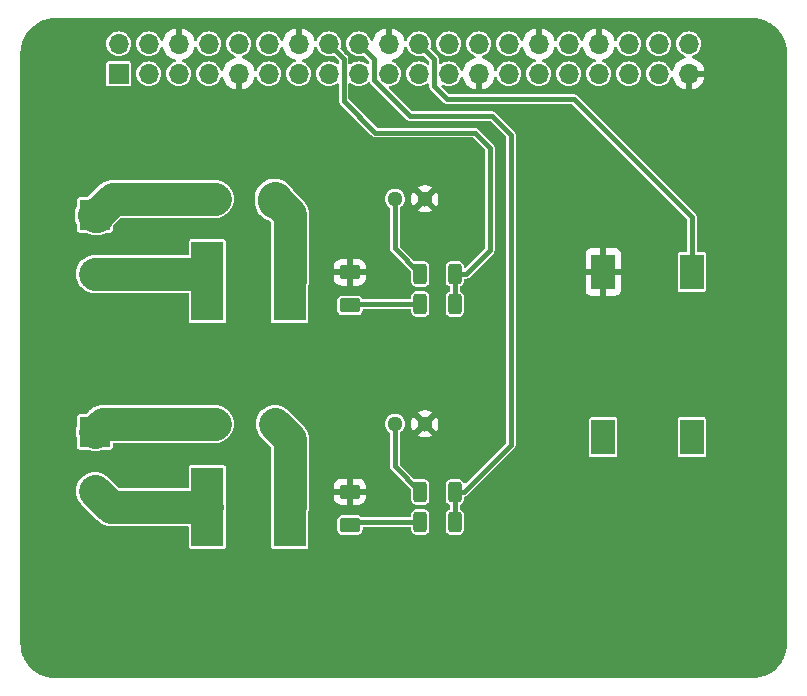
<source format=gtl>
G04 #@! TF.GenerationSoftware,KiCad,Pcbnew,7.0.1-0*
G04 #@! TF.CreationDate,2023-12-28T22:42:41+01:00*
G04 #@! TF.ProjectId,SSR-Shiled-v1,5353522d-5368-4696-9c65-642d76312e6b,rev?*
G04 #@! TF.SameCoordinates,Original*
G04 #@! TF.FileFunction,Copper,L1,Top*
G04 #@! TF.FilePolarity,Positive*
%FSLAX46Y46*%
G04 Gerber Fmt 4.6, Leading zero omitted, Abs format (unit mm)*
G04 Created by KiCad (PCBNEW 7.0.1-0) date 2023-12-28 22:42:41*
%MOMM*%
%LPD*%
G01*
G04 APERTURE LIST*
G04 Aperture macros list*
%AMRoundRect*
0 Rectangle with rounded corners*
0 $1 Rounding radius*
0 $2 $3 $4 $5 $6 $7 $8 $9 X,Y pos of 4 corners*
0 Add a 4 corners polygon primitive as box body*
4,1,4,$2,$3,$4,$5,$6,$7,$8,$9,$2,$3,0*
0 Add four circle primitives for the rounded corners*
1,1,$1+$1,$2,$3*
1,1,$1+$1,$4,$5*
1,1,$1+$1,$6,$7*
1,1,$1+$1,$8,$9*
0 Add four rect primitives between the rounded corners*
20,1,$1+$1,$2,$3,$4,$5,0*
20,1,$1+$1,$4,$5,$6,$7,0*
20,1,$1+$1,$6,$7,$8,$9,0*
20,1,$1+$1,$8,$9,$2,$3,0*%
G04 Aperture macros list end*
G04 #@! TA.AperFunction,SMDPad,CuDef*
%ADD10R,2.000000X3.000000*%
G04 #@! TD*
G04 #@! TA.AperFunction,ComponentPad*
%ADD11R,1.700000X1.700000*%
G04 #@! TD*
G04 #@! TA.AperFunction,ComponentPad*
%ADD12O,1.700000X1.700000*%
G04 #@! TD*
G04 #@! TA.AperFunction,SMDPad,CuDef*
%ADD13R,2.730000X6.710000*%
G04 #@! TD*
G04 #@! TA.AperFunction,ComponentPad*
%ADD14R,2.600000X2.600000*%
G04 #@! TD*
G04 #@! TA.AperFunction,ComponentPad*
%ADD15C,2.600000*%
G04 #@! TD*
G04 #@! TA.AperFunction,SMDPad,CuDef*
%ADD16RoundRect,0.250000X-0.312500X-0.625000X0.312500X-0.625000X0.312500X0.625000X-0.312500X0.625000X0*%
G04 #@! TD*
G04 #@! TA.AperFunction,SMDPad,CuDef*
%ADD17RoundRect,0.250000X0.312500X0.625000X-0.312500X0.625000X-0.312500X-0.625000X0.312500X-0.625000X0*%
G04 #@! TD*
G04 #@! TA.AperFunction,ComponentPad*
%ADD18C,1.300000*%
G04 #@! TD*
G04 #@! TA.AperFunction,ComponentPad*
%ADD19C,1.650000*%
G04 #@! TD*
G04 #@! TA.AperFunction,SMDPad,CuDef*
%ADD20RoundRect,0.250000X-0.625000X0.375000X-0.625000X-0.375000X0.625000X-0.375000X0.625000X0.375000X0*%
G04 #@! TD*
G04 #@! TA.AperFunction,Conductor*
%ADD21C,0.400000*%
G04 #@! TD*
G04 #@! TA.AperFunction,Conductor*
%ADD22C,2.800000*%
G04 #@! TD*
G04 #@! TA.AperFunction,Conductor*
%ADD23C,0.200000*%
G04 #@! TD*
G04 #@! TA.AperFunction,Conductor*
%ADD24C,3.000000*%
G04 #@! TD*
G04 APERTURE END LIST*
D10*
X149400000Y-65550000D03*
X149400000Y-79550000D03*
X156900000Y-79550000D03*
X156900000Y-65550000D03*
D11*
X108370000Y-48770000D03*
D12*
X108370000Y-46230000D03*
X110910000Y-48770000D03*
X110910000Y-46230000D03*
X113450000Y-48770000D03*
X113450000Y-46230000D03*
X115990000Y-48770000D03*
X115990000Y-46230000D03*
X118530000Y-48770000D03*
X118530000Y-46230000D03*
X121070000Y-48770000D03*
X121070000Y-46230000D03*
X123610000Y-48770000D03*
X123610000Y-46230000D03*
X126150000Y-48770000D03*
X126150000Y-46230000D03*
X128690000Y-48770000D03*
X128690000Y-46230000D03*
X131230000Y-48770000D03*
X131230000Y-46230000D03*
X133770000Y-48770000D03*
X133770000Y-46230000D03*
X136310000Y-48770000D03*
X136310000Y-46230000D03*
X138850000Y-48770000D03*
X138850000Y-46230000D03*
X141390000Y-48770000D03*
X141390000Y-46230000D03*
X143930000Y-48770000D03*
X143930000Y-46230000D03*
X146470000Y-48770000D03*
X146470000Y-46230000D03*
X149010000Y-48770000D03*
X149010000Y-46230000D03*
X151550000Y-48770000D03*
X151550000Y-46230000D03*
X154090000Y-48770000D03*
X154090000Y-46230000D03*
X156630000Y-48770000D03*
X156630000Y-46230000D03*
D13*
X122860000Y-85442500D03*
X115880000Y-85442500D03*
X122860000Y-66340000D03*
X115880000Y-66340000D03*
D14*
X106350000Y-79092500D03*
D15*
X106350000Y-84092500D03*
D14*
X106350000Y-60710000D03*
D15*
X106350000Y-65710000D03*
D16*
X136830000Y-68250000D03*
X133905000Y-68250000D03*
X136830000Y-86712500D03*
X133905000Y-86712500D03*
D17*
X133905000Y-84172500D03*
X136830000Y-84172500D03*
X133905000Y-65710000D03*
X136830000Y-65710000D03*
D18*
X134290000Y-78410000D03*
X131750000Y-78410000D03*
D19*
X121590000Y-78410000D03*
X116510000Y-78410000D03*
D20*
X127940000Y-84172500D03*
X127940000Y-86972500D03*
X127940000Y-65580000D03*
X127940000Y-68380000D03*
D18*
X134290000Y-59360000D03*
X131750000Y-59360000D03*
D19*
X121590000Y-59360000D03*
X116510000Y-59360000D03*
D21*
X136830000Y-84172500D02*
X137577500Y-84172500D01*
X137577500Y-84172500D02*
X141570000Y-80180000D01*
X141570000Y-80180000D02*
X141570000Y-53940000D01*
X141570000Y-53940000D02*
X139980000Y-52350000D01*
X139980000Y-52350000D02*
X133042233Y-52350000D01*
X129950000Y-47490000D02*
X128690000Y-46230000D01*
X133042233Y-52350000D02*
X129950000Y-49257767D01*
X129950000Y-49257767D02*
X129950000Y-47490000D01*
X136830000Y-65710000D02*
X137800000Y-65710000D01*
X137800000Y-65710000D02*
X139800000Y-63710000D01*
X139800000Y-63710000D02*
X139800000Y-55050000D01*
X139800000Y-55050000D02*
X138500000Y-53750000D01*
X138500000Y-53750000D02*
X130100000Y-53750000D01*
X130100000Y-53750000D02*
X127420000Y-51070000D01*
X127420000Y-51070000D02*
X127420000Y-47500000D01*
X127420000Y-47500000D02*
X126150000Y-46230000D01*
D22*
X107700000Y-85442500D02*
X115880000Y-85442500D01*
X122860000Y-79680000D02*
X122860000Y-85442500D01*
D21*
X146900000Y-50920000D02*
X156900000Y-60920000D01*
X156900000Y-60920000D02*
X156900000Y-65550000D01*
X133770000Y-46230000D02*
X135060000Y-47520000D01*
X136150000Y-50920000D02*
X146900000Y-50920000D01*
X135060000Y-49830000D02*
X136150000Y-50920000D01*
X135060000Y-47520000D02*
X135060000Y-49830000D01*
X136830000Y-86712500D02*
X136830000Y-84172500D01*
X133905000Y-84172500D02*
X131750000Y-82017500D01*
X131750000Y-82017500D02*
X131750000Y-78410000D01*
X133905000Y-86712500D02*
X128200000Y-86712500D01*
D23*
X128200000Y-86712500D02*
X127940000Y-86972500D01*
D21*
X133905000Y-68250000D02*
X128070000Y-68250000D01*
D23*
X128070000Y-68250000D02*
X127940000Y-68380000D01*
D21*
X136830000Y-68250000D02*
X136830000Y-65710000D01*
X131750000Y-59360000D02*
X131750000Y-63555000D01*
X131750000Y-63555000D02*
X133905000Y-65710000D01*
D22*
X122860000Y-79680000D02*
X121590000Y-78410000D01*
X106350000Y-84092500D02*
X107700000Y-85442500D01*
X116510000Y-78410000D02*
X107032500Y-78410000D01*
X107032500Y-78410000D02*
X106350000Y-79092500D01*
X121590000Y-59360000D02*
X122860000Y-60630000D01*
X122860000Y-60630000D02*
X122860000Y-66340000D01*
D24*
X121590000Y-59360000D02*
X121590000Y-59560000D01*
D22*
X106500000Y-60710000D02*
X107850000Y-59360000D01*
D24*
X106350000Y-60710000D02*
X106500000Y-60710000D01*
D22*
X107850000Y-59360000D02*
X116510000Y-59360000D01*
X106350000Y-65710000D02*
X115250000Y-65710000D01*
D23*
X115250000Y-65710000D02*
X115880000Y-66340000D01*
G04 #@! TA.AperFunction,Conductor*
G36*
X162003472Y-44050695D02*
G01*
X162323297Y-44068656D01*
X162337094Y-44070210D01*
X162649457Y-44123283D01*
X162663014Y-44126377D01*
X162967469Y-44214089D01*
X162980593Y-44218682D01*
X163273304Y-44339926D01*
X163285826Y-44345955D01*
X163452594Y-44438125D01*
X163563139Y-44499221D01*
X163574900Y-44506611D01*
X163833314Y-44689966D01*
X163844174Y-44698627D01*
X164080418Y-44909749D01*
X164090250Y-44919581D01*
X164301372Y-45155825D01*
X164310035Y-45166687D01*
X164493385Y-45425094D01*
X164500778Y-45436860D01*
X164654040Y-45714166D01*
X164660073Y-45726695D01*
X164781317Y-46019406D01*
X164785910Y-46032530D01*
X164873622Y-46336985D01*
X164876716Y-46350542D01*
X164929787Y-46662894D01*
X164931344Y-46676712D01*
X164949305Y-46996528D01*
X164949500Y-47003481D01*
X164949500Y-96996519D01*
X164949305Y-97003472D01*
X164931344Y-97323287D01*
X164929787Y-97337105D01*
X164876716Y-97649457D01*
X164873622Y-97663014D01*
X164785910Y-97967469D01*
X164781317Y-97980593D01*
X164660073Y-98273304D01*
X164654040Y-98285833D01*
X164500778Y-98563139D01*
X164493380Y-98574913D01*
X164310043Y-98833302D01*
X164301372Y-98844174D01*
X164090250Y-99080418D01*
X164080418Y-99090250D01*
X163844174Y-99301372D01*
X163833302Y-99310043D01*
X163574913Y-99493380D01*
X163563139Y-99500778D01*
X163285833Y-99654040D01*
X163273304Y-99660073D01*
X162980593Y-99781317D01*
X162967469Y-99785910D01*
X162663014Y-99873622D01*
X162649457Y-99876716D01*
X162337105Y-99929787D01*
X162323287Y-99931344D01*
X162003472Y-99949305D01*
X161996519Y-99949500D01*
X103003481Y-99949500D01*
X102996528Y-99949305D01*
X102676712Y-99931344D01*
X102662894Y-99929787D01*
X102350542Y-99876716D01*
X102336985Y-99873622D01*
X102032530Y-99785910D01*
X102019406Y-99781317D01*
X101726695Y-99660073D01*
X101714166Y-99654040D01*
X101436860Y-99500778D01*
X101425094Y-99493385D01*
X101166687Y-99310035D01*
X101155825Y-99301372D01*
X100919581Y-99090250D01*
X100909749Y-99080418D01*
X100698627Y-98844174D01*
X100689966Y-98833314D01*
X100506611Y-98574900D01*
X100499221Y-98563139D01*
X100345959Y-98285833D01*
X100339926Y-98273304D01*
X100218682Y-97980593D01*
X100214089Y-97967469D01*
X100126377Y-97663014D01*
X100123283Y-97649457D01*
X100094127Y-97477858D01*
X100070210Y-97337094D01*
X100068656Y-97323297D01*
X100050695Y-97003472D01*
X100050500Y-96996519D01*
X100050500Y-84092499D01*
X104744551Y-84092499D01*
X104764317Y-84343649D01*
X104823126Y-84588610D01*
X104826800Y-84597479D01*
X104919534Y-84821359D01*
X105051164Y-85036159D01*
X105139696Y-85139816D01*
X105173814Y-85179763D01*
X106520356Y-86526304D01*
X106526964Y-86533452D01*
X106564776Y-86577724D01*
X106756341Y-86741336D01*
X106971141Y-86872966D01*
X107159151Y-86950842D01*
X107203889Y-86969373D01*
X107448852Y-87028183D01*
X107700000Y-87047949D01*
X107754788Y-87043637D01*
X107758029Y-87043382D01*
X107767757Y-87043000D01*
X114190500Y-87043000D01*
X114252500Y-87059613D01*
X114297887Y-87105000D01*
X114314500Y-87167000D01*
X114314500Y-88817249D01*
X114326132Y-88875730D01*
X114370447Y-88942052D01*
X114436769Y-88986367D01*
X114495251Y-88998000D01*
X114495252Y-88998000D01*
X117264748Y-88998000D01*
X117264749Y-88998000D01*
X117293989Y-88992183D01*
X117323231Y-88986367D01*
X117389552Y-88942052D01*
X117433867Y-88875731D01*
X117445500Y-88817248D01*
X117445500Y-85792393D01*
X117448926Y-85763446D01*
X117465683Y-85693648D01*
X117485449Y-85442500D01*
X117465683Y-85191352D01*
X117448925Y-85121552D01*
X117445500Y-85092607D01*
X117445500Y-82067751D01*
X117433867Y-82009269D01*
X117389552Y-81942947D01*
X117323230Y-81898632D01*
X117264749Y-81887000D01*
X117264748Y-81887000D01*
X114495252Y-81887000D01*
X114495251Y-81887000D01*
X114436769Y-81898632D01*
X114370447Y-81942947D01*
X114326132Y-82009269D01*
X114314500Y-82067751D01*
X114314500Y-83718000D01*
X114297887Y-83780000D01*
X114252500Y-83825387D01*
X114190500Y-83842000D01*
X108414310Y-83842000D01*
X108366857Y-83832561D01*
X108326629Y-83805681D01*
X107894268Y-83373320D01*
X107437260Y-82916311D01*
X107293659Y-82793664D01*
X107078859Y-82662034D01*
X106962484Y-82613830D01*
X106846110Y-82565626D01*
X106601149Y-82506817D01*
X106350000Y-82487051D01*
X106098850Y-82506817D01*
X105853889Y-82565626D01*
X105621139Y-82662035D01*
X105406342Y-82793663D01*
X105214776Y-82957276D01*
X105051163Y-83148842D01*
X104919535Y-83363639D01*
X104823126Y-83596389D01*
X104764317Y-83841350D01*
X104744551Y-84092499D01*
X100050500Y-84092499D01*
X100050500Y-79092500D01*
X104744551Y-79092500D01*
X104764317Y-79343649D01*
X104823126Y-79588611D01*
X104840061Y-79629494D01*
X104849500Y-79676947D01*
X104849500Y-80412249D01*
X104861132Y-80470730D01*
X104905447Y-80537052D01*
X104971769Y-80581367D01*
X105030251Y-80593000D01*
X105030252Y-80593000D01*
X105765553Y-80593000D01*
X105813006Y-80602439D01*
X105853888Y-80619373D01*
X105931277Y-80637952D01*
X106098852Y-80678183D01*
X106350000Y-80697949D01*
X106601148Y-80678183D01*
X106846111Y-80619373D01*
X106846111Y-80619372D01*
X106886994Y-80602439D01*
X106934447Y-80593000D01*
X107669749Y-80593000D01*
X107698989Y-80587183D01*
X107728231Y-80581367D01*
X107794552Y-80537052D01*
X107838867Y-80470731D01*
X107850500Y-80412248D01*
X107850500Y-80134500D01*
X107867113Y-80072500D01*
X107912500Y-80027113D01*
X107974500Y-80010500D01*
X116572879Y-80010500D01*
X116572882Y-80010500D01*
X116761148Y-79995683D01*
X117006111Y-79936873D01*
X117238859Y-79840466D01*
X117453659Y-79708836D01*
X117645224Y-79545224D01*
X117808836Y-79353659D01*
X117940466Y-79138859D01*
X118036873Y-78906111D01*
X118095683Y-78661148D01*
X118115449Y-78410000D01*
X118115449Y-78409999D01*
X119984551Y-78409999D01*
X120004317Y-78661149D01*
X120063126Y-78906110D01*
X120081778Y-78951139D01*
X120159534Y-79138859D01*
X120291164Y-79353659D01*
X120368192Y-79443847D01*
X120413814Y-79497263D01*
X121223181Y-80306630D01*
X121250061Y-80346858D01*
X121259500Y-80394311D01*
X121259500Y-85505379D01*
X121274317Y-85693649D01*
X121291074Y-85763446D01*
X121294500Y-85792393D01*
X121294500Y-88817249D01*
X121306132Y-88875730D01*
X121350447Y-88942052D01*
X121416769Y-88986367D01*
X121475251Y-88998000D01*
X121475252Y-88998000D01*
X124244748Y-88998000D01*
X124244749Y-88998000D01*
X124273989Y-88992183D01*
X124303231Y-88986367D01*
X124369552Y-88942052D01*
X124413867Y-88875731D01*
X124425500Y-88817248D01*
X124425500Y-87401769D01*
X126864500Y-87401769D01*
X126867353Y-87432196D01*
X126912207Y-87560384D01*
X126992849Y-87669650D01*
X127102115Y-87750292D01*
X127102118Y-87750293D01*
X127230301Y-87795146D01*
X127242474Y-87796287D01*
X127260731Y-87798000D01*
X127260734Y-87798000D01*
X128619266Y-87798000D01*
X128619269Y-87798000D01*
X128634482Y-87796572D01*
X128649699Y-87795146D01*
X128777882Y-87750293D01*
X128777882Y-87750292D01*
X128777884Y-87750292D01*
X128887150Y-87669650D01*
X128967792Y-87560384D01*
X128971292Y-87550382D01*
X129012646Y-87432199D01*
X129015500Y-87401766D01*
X129015500Y-87237000D01*
X129032113Y-87175000D01*
X129077500Y-87129613D01*
X129139500Y-87113000D01*
X133018000Y-87113000D01*
X133080000Y-87129613D01*
X133125387Y-87175000D01*
X133142000Y-87237000D01*
X133142000Y-87391769D01*
X133144853Y-87422196D01*
X133189707Y-87550384D01*
X133270349Y-87659650D01*
X133379615Y-87740292D01*
X133379618Y-87740293D01*
X133507801Y-87785146D01*
X133519974Y-87786287D01*
X133538231Y-87788000D01*
X133538234Y-87788000D01*
X134271766Y-87788000D01*
X134271769Y-87788000D01*
X134286982Y-87786573D01*
X134302199Y-87785146D01*
X134430382Y-87740293D01*
X134430382Y-87740292D01*
X134430384Y-87740292D01*
X134539650Y-87659650D01*
X134620292Y-87550384D01*
X134620293Y-87550382D01*
X134665146Y-87422199D01*
X134668000Y-87391766D01*
X134668000Y-86033234D01*
X134665146Y-86002801D01*
X134620293Y-85874618D01*
X134620292Y-85874615D01*
X134539650Y-85765349D01*
X134430384Y-85684707D01*
X134302196Y-85639853D01*
X134271769Y-85637000D01*
X134271766Y-85637000D01*
X133538234Y-85637000D01*
X133538231Y-85637000D01*
X133507803Y-85639853D01*
X133379615Y-85684707D01*
X133270349Y-85765349D01*
X133189707Y-85874615D01*
X133144853Y-86002803D01*
X133142000Y-86033231D01*
X133142000Y-86188000D01*
X133125387Y-86250000D01*
X133080000Y-86295387D01*
X133018000Y-86312000D01*
X128976797Y-86312000D01*
X128920924Y-86298699D01*
X128903809Y-86284250D01*
X128902187Y-86286448D01*
X128887148Y-86275349D01*
X128777882Y-86194707D01*
X128649699Y-86149854D01*
X128649698Y-86149853D01*
X128649696Y-86149853D01*
X128619269Y-86147000D01*
X128619266Y-86147000D01*
X127260734Y-86147000D01*
X127260731Y-86147000D01*
X127230303Y-86149853D01*
X127102115Y-86194707D01*
X126992849Y-86275349D01*
X126912207Y-86384615D01*
X126867353Y-86512803D01*
X126864500Y-86543231D01*
X126864500Y-87401769D01*
X124425500Y-87401769D01*
X124425500Y-85792393D01*
X124428926Y-85763446D01*
X124445683Y-85693648D01*
X124460500Y-85505382D01*
X124460500Y-84422500D01*
X126565001Y-84422500D01*
X126565001Y-84597479D01*
X126575493Y-84700195D01*
X126630642Y-84866622D01*
X126722683Y-85015845D01*
X126846654Y-85139816D01*
X126995877Y-85231857D01*
X127162303Y-85287006D01*
X127265021Y-85297500D01*
X127690000Y-85297500D01*
X127690000Y-84422500D01*
X128190000Y-84422500D01*
X128190000Y-85297499D01*
X128614979Y-85297499D01*
X128717695Y-85287006D01*
X128884122Y-85231857D01*
X129033345Y-85139816D01*
X129157316Y-85015845D01*
X129249357Y-84866622D01*
X129304506Y-84700196D01*
X129315000Y-84597479D01*
X129315000Y-84422500D01*
X128190000Y-84422500D01*
X127690000Y-84422500D01*
X126565001Y-84422500D01*
X124460500Y-84422500D01*
X124460500Y-83922500D01*
X126565000Y-83922500D01*
X127690000Y-83922500D01*
X127690000Y-83047501D01*
X127265021Y-83047501D01*
X127162304Y-83057993D01*
X126995877Y-83113142D01*
X126846654Y-83205183D01*
X126722683Y-83329154D01*
X126630642Y-83478377D01*
X126575493Y-83644803D01*
X126565000Y-83747521D01*
X126565000Y-83922500D01*
X124460500Y-83922500D01*
X124460500Y-83047500D01*
X128190000Y-83047500D01*
X128190000Y-83922500D01*
X129314999Y-83922500D01*
X129314999Y-83747521D01*
X129304506Y-83644804D01*
X129249357Y-83478377D01*
X129157316Y-83329154D01*
X129033345Y-83205183D01*
X128884122Y-83113142D01*
X128717696Y-83057993D01*
X128614979Y-83047500D01*
X128190000Y-83047500D01*
X124460500Y-83047500D01*
X124460500Y-79747757D01*
X124460882Y-79738029D01*
X124461117Y-79735029D01*
X124465449Y-79680000D01*
X124445683Y-79428852D01*
X124386873Y-79183889D01*
X124290466Y-78951141D01*
X124223187Y-78841352D01*
X124158836Y-78736341D01*
X123995224Y-78544776D01*
X123950959Y-78506970D01*
X123943811Y-78500362D01*
X123853449Y-78410000D01*
X130894815Y-78410000D01*
X130913503Y-78587804D01*
X130968749Y-78757835D01*
X131058140Y-78912665D01*
X131152976Y-79017990D01*
X131177770Y-79045526D01*
X131298387Y-79133160D01*
X131335985Y-79177183D01*
X131349500Y-79233477D01*
X131349500Y-82080935D01*
X131356346Y-82102007D01*
X131360886Y-82120918D01*
X131364353Y-82142802D01*
X131374412Y-82162544D01*
X131381858Y-82180520D01*
X131388704Y-82201590D01*
X131401726Y-82219514D01*
X131411889Y-82236099D01*
X131421947Y-82255839D01*
X131421949Y-82255841D01*
X131421950Y-82255842D01*
X131438283Y-82272175D01*
X131438296Y-82272190D01*
X133105681Y-83939573D01*
X133132561Y-83979801D01*
X133142000Y-84027254D01*
X133142000Y-84851769D01*
X133144853Y-84882196D01*
X133189707Y-85010384D01*
X133270349Y-85119650D01*
X133379615Y-85200292D01*
X133379618Y-85200293D01*
X133507801Y-85245146D01*
X133519974Y-85246287D01*
X133538231Y-85248000D01*
X133538234Y-85248000D01*
X134271766Y-85248000D01*
X134271769Y-85248000D01*
X134286982Y-85246572D01*
X134302199Y-85245146D01*
X134430382Y-85200293D01*
X134430382Y-85200292D01*
X134430384Y-85200292D01*
X134539650Y-85119650D01*
X134620292Y-85010384D01*
X134620293Y-85010382D01*
X134665146Y-84882199D01*
X134668000Y-84851766D01*
X134668000Y-83493234D01*
X134665146Y-83462801D01*
X134620293Y-83334618D01*
X134620292Y-83334615D01*
X134539650Y-83225349D01*
X134430384Y-83144707D01*
X134302196Y-83099853D01*
X134271769Y-83097000D01*
X134271766Y-83097000D01*
X133538234Y-83097000D01*
X133538231Y-83097000D01*
X133507799Y-83099853D01*
X133500551Y-83102390D01*
X133432006Y-83106238D01*
X133371920Y-83073028D01*
X132785943Y-82487051D01*
X132186819Y-81887926D01*
X132159939Y-81847698D01*
X132150500Y-81800245D01*
X132150500Y-79380560D01*
X133672991Y-79380560D01*
X133672992Y-79380561D01*
X133775201Y-79443846D01*
X133973939Y-79520837D01*
X134183439Y-79560000D01*
X134396561Y-79560000D01*
X134606060Y-79520837D01*
X134804795Y-79443847D01*
X134907007Y-79380560D01*
X134290001Y-78763553D01*
X134290000Y-78763553D01*
X133672991Y-79380560D01*
X132150500Y-79380560D01*
X132150500Y-79233477D01*
X132164015Y-79177183D01*
X132201612Y-79133160D01*
X132322230Y-79045526D01*
X132441859Y-78912665D01*
X132531250Y-78757835D01*
X132586497Y-78587803D01*
X132605185Y-78410000D01*
X132605185Y-78409999D01*
X133135073Y-78409999D01*
X133154737Y-78622219D01*
X133213062Y-78827208D01*
X133308060Y-79017990D01*
X133316834Y-79029609D01*
X133316835Y-79029609D01*
X133936446Y-78410001D01*
X134643553Y-78410001D01*
X135263163Y-79029610D01*
X135271940Y-79017988D01*
X135366937Y-78827208D01*
X135425262Y-78622219D01*
X135444926Y-78409999D01*
X135425262Y-78197780D01*
X135366937Y-77992791D01*
X135271941Y-77802011D01*
X135263163Y-77790388D01*
X134643553Y-78410000D01*
X134643553Y-78410001D01*
X133936446Y-78410001D01*
X133936446Y-78410000D01*
X133316835Y-77790389D01*
X133308058Y-77802013D01*
X133213062Y-77992791D01*
X133154737Y-78197780D01*
X133135073Y-78409999D01*
X132605185Y-78409999D01*
X132586497Y-78232197D01*
X132531250Y-78062165D01*
X132531250Y-78062164D01*
X132441859Y-77907334D01*
X132322228Y-77774472D01*
X132177596Y-77669389D01*
X132014264Y-77596669D01*
X131839393Y-77559500D01*
X131839391Y-77559500D01*
X131660609Y-77559500D01*
X131660607Y-77559500D01*
X131485735Y-77596669D01*
X131322408Y-77669387D01*
X131177768Y-77774474D01*
X131058140Y-77907334D01*
X130968749Y-78062164D01*
X130913503Y-78232195D01*
X130894815Y-78410000D01*
X123853449Y-78410000D01*
X122882887Y-77439438D01*
X133672991Y-77439438D01*
X134290000Y-78056446D01*
X134290001Y-78056446D01*
X134907007Y-77439438D01*
X134907006Y-77439437D01*
X134804798Y-77376153D01*
X134606060Y-77299162D01*
X134396561Y-77260000D01*
X134183439Y-77260000D01*
X133973939Y-77299162D01*
X133775203Y-77376153D01*
X133672991Y-77439438D01*
X122882887Y-77439438D01*
X122677263Y-77233814D01*
X122677262Y-77233813D01*
X122677260Y-77233811D01*
X122533659Y-77111164D01*
X122318859Y-76979534D01*
X122202485Y-76931330D01*
X122086110Y-76883126D01*
X121841149Y-76824317D01*
X121652882Y-76809500D01*
X121590000Y-76804551D01*
X121589999Y-76804551D01*
X121338850Y-76824317D01*
X121093889Y-76883126D01*
X120861139Y-76979535D01*
X120646342Y-77111163D01*
X120454776Y-77274776D01*
X120291163Y-77466342D01*
X120159535Y-77681139D01*
X120063126Y-77913889D01*
X120004317Y-78158850D01*
X119984551Y-78409999D01*
X118115449Y-78409999D01*
X118095683Y-78158852D01*
X118036873Y-77913889D01*
X117940466Y-77681141D01*
X117808836Y-77466341D01*
X117645224Y-77274776D01*
X117453659Y-77111164D01*
X117238859Y-76979534D01*
X117122485Y-76931330D01*
X117006110Y-76883126D01*
X116761149Y-76824317D01*
X116714081Y-76820612D01*
X116572882Y-76809500D01*
X116572879Y-76809500D01*
X107100260Y-76809500D01*
X107090533Y-76809118D01*
X107032500Y-76804551D01*
X106781350Y-76824316D01*
X106536388Y-76883125D01*
X106257966Y-76998452D01*
X106229952Y-77024690D01*
X106088838Y-77111165D01*
X105897277Y-77274773D01*
X105859470Y-77319039D01*
X105852862Y-77326187D01*
X105623367Y-77555683D01*
X105583142Y-77582561D01*
X105535689Y-77592000D01*
X105030251Y-77592000D01*
X104971769Y-77603632D01*
X104905447Y-77647947D01*
X104861132Y-77714269D01*
X104849500Y-77772751D01*
X104849500Y-78508053D01*
X104840061Y-78555506D01*
X104823126Y-78596388D01*
X104764317Y-78841350D01*
X104744551Y-79092500D01*
X100050500Y-79092500D01*
X100050500Y-65710000D01*
X104744551Y-65710000D01*
X104764317Y-65961149D01*
X104823126Y-66206110D01*
X104834886Y-66234500D01*
X104919534Y-66438859D01*
X105051164Y-66653659D01*
X105214776Y-66845224D01*
X105406341Y-67008836D01*
X105621141Y-67140466D01*
X105853889Y-67236873D01*
X106098852Y-67295683D01*
X106287118Y-67310500D01*
X114190500Y-67310500D01*
X114252500Y-67327113D01*
X114297887Y-67372500D01*
X114314500Y-67434500D01*
X114314500Y-69714749D01*
X114326132Y-69773230D01*
X114370447Y-69839552D01*
X114436769Y-69883867D01*
X114495251Y-69895500D01*
X114495252Y-69895500D01*
X117264748Y-69895500D01*
X117264749Y-69895500D01*
X117293989Y-69889683D01*
X117323231Y-69883867D01*
X117389552Y-69839552D01*
X117433867Y-69773231D01*
X117445500Y-69714748D01*
X117445500Y-62965252D01*
X117433867Y-62906769D01*
X117433866Y-62906768D01*
X117389552Y-62840447D01*
X117323230Y-62796132D01*
X117264749Y-62784500D01*
X117264748Y-62784500D01*
X114495252Y-62784500D01*
X114495251Y-62784500D01*
X114436769Y-62796132D01*
X114370447Y-62840447D01*
X114326132Y-62906769D01*
X114314500Y-62965251D01*
X114314500Y-63985500D01*
X114297887Y-64047500D01*
X114252500Y-64092887D01*
X114190500Y-64109500D01*
X106287118Y-64109500D01*
X106174158Y-64118390D01*
X106098850Y-64124317D01*
X105853889Y-64183126D01*
X105621139Y-64279535D01*
X105406342Y-64411163D01*
X105214776Y-64574776D01*
X105051163Y-64766342D01*
X104919535Y-64981139D01*
X104823126Y-65213889D01*
X104764317Y-65458850D01*
X104744551Y-65710000D01*
X100050500Y-65710000D01*
X100050500Y-60644675D01*
X104645747Y-60644675D01*
X104651336Y-60790464D01*
X104655749Y-60905593D01*
X104685366Y-61058306D01*
X104705462Y-61161927D01*
X104793722Y-61407673D01*
X104834435Y-61482542D01*
X104849500Y-61541779D01*
X104849500Y-62029749D01*
X104861132Y-62088230D01*
X104905447Y-62154552D01*
X104971769Y-62198867D01*
X105030251Y-62210500D01*
X105030252Y-62210500D01*
X105519119Y-62210500D01*
X105574141Y-62223376D01*
X105712453Y-62291859D01*
X105961391Y-62370640D01*
X105961392Y-62370640D01*
X105961395Y-62370641D01*
X106219445Y-62410500D01*
X106565177Y-62410500D01*
X106565179Y-62410500D01*
X106589536Y-62408629D01*
X106760344Y-62395516D01*
X107014586Y-62336021D01*
X107256766Y-62238414D01*
X107274428Y-62227913D01*
X107337795Y-62210500D01*
X107669749Y-62210500D01*
X107698989Y-62204683D01*
X107728231Y-62198867D01*
X107794552Y-62154552D01*
X107838867Y-62088231D01*
X107850500Y-62029748D01*
X107850500Y-61789636D01*
X107855584Y-61754494D01*
X107870419Y-61722234D01*
X107998303Y-61524757D01*
X107998306Y-61524753D01*
X108029284Y-61455648D01*
X108054750Y-61418697D01*
X108476628Y-60996819D01*
X108516857Y-60969939D01*
X108564310Y-60960500D01*
X116572879Y-60960500D01*
X116572882Y-60960500D01*
X116761148Y-60945683D01*
X117006111Y-60886873D01*
X117238859Y-60790466D01*
X117453659Y-60658836D01*
X117645224Y-60495224D01*
X117808836Y-60303659D01*
X117940466Y-60088859D01*
X118036873Y-59856111D01*
X118092314Y-59625179D01*
X119889500Y-59625179D01*
X119904484Y-59820343D01*
X119963979Y-60074587D01*
X120061583Y-60316762D01*
X120195017Y-60541208D01*
X120361148Y-60742653D01*
X120556082Y-60916377D01*
X120775247Y-61058306D01*
X121013505Y-61165116D01*
X121013508Y-61165117D01*
X121013511Y-61165118D01*
X121144814Y-61201200D01*
X121199638Y-61233087D01*
X121223181Y-61256630D01*
X121250061Y-61296858D01*
X121259500Y-61344311D01*
X121259500Y-66402882D01*
X121274317Y-66591148D01*
X121289324Y-66653659D01*
X121291074Y-66660946D01*
X121294500Y-66689893D01*
X121294500Y-69714749D01*
X121306132Y-69773230D01*
X121350447Y-69839552D01*
X121416769Y-69883867D01*
X121475251Y-69895500D01*
X121475252Y-69895500D01*
X124244748Y-69895500D01*
X124244749Y-69895500D01*
X124273989Y-69889683D01*
X124303231Y-69883867D01*
X124369552Y-69839552D01*
X124413867Y-69773231D01*
X124425500Y-69714748D01*
X124425500Y-68809269D01*
X126864500Y-68809269D01*
X126867353Y-68839696D01*
X126912207Y-68967884D01*
X126992849Y-69077150D01*
X127102115Y-69157792D01*
X127102118Y-69157793D01*
X127230301Y-69202646D01*
X127242474Y-69203787D01*
X127260731Y-69205500D01*
X127260734Y-69205500D01*
X128619266Y-69205500D01*
X128619269Y-69205500D01*
X128634482Y-69204072D01*
X128649699Y-69202646D01*
X128777882Y-69157793D01*
X128777882Y-69157792D01*
X128777884Y-69157792D01*
X128887150Y-69077150D01*
X128967792Y-68967884D01*
X128981305Y-68929266D01*
X129012646Y-68839699D01*
X129015500Y-68809266D01*
X129015500Y-68774500D01*
X129032113Y-68712500D01*
X129077500Y-68667113D01*
X129139500Y-68650500D01*
X133018000Y-68650500D01*
X133080000Y-68667113D01*
X133125387Y-68712500D01*
X133142000Y-68774500D01*
X133142000Y-68929269D01*
X133144853Y-68959696D01*
X133189707Y-69087884D01*
X133270349Y-69197150D01*
X133379615Y-69277792D01*
X133379618Y-69277793D01*
X133507801Y-69322646D01*
X133519974Y-69323787D01*
X133538231Y-69325500D01*
X133538234Y-69325500D01*
X134271766Y-69325500D01*
X134271769Y-69325500D01*
X134286982Y-69324072D01*
X134302199Y-69322646D01*
X134430382Y-69277793D01*
X134430382Y-69277792D01*
X134430384Y-69277792D01*
X134539650Y-69197150D01*
X134620292Y-69087884D01*
X134624048Y-69077150D01*
X134665146Y-68959699D01*
X134668000Y-68929266D01*
X134668000Y-67570734D01*
X134665146Y-67540301D01*
X134620293Y-67412118D01*
X134620292Y-67412115D01*
X134539650Y-67302849D01*
X134430384Y-67222207D01*
X134302196Y-67177353D01*
X134271769Y-67174500D01*
X134271766Y-67174500D01*
X133538234Y-67174500D01*
X133538231Y-67174500D01*
X133507803Y-67177353D01*
X133379615Y-67222207D01*
X133270349Y-67302849D01*
X133189707Y-67412115D01*
X133144853Y-67540303D01*
X133142000Y-67570731D01*
X133142000Y-67725500D01*
X133125387Y-67787500D01*
X133080000Y-67832887D01*
X133018000Y-67849500D01*
X129072742Y-67849500D01*
X129016861Y-67836195D01*
X128972972Y-67799134D01*
X128887149Y-67682848D01*
X128777884Y-67602207D01*
X128649696Y-67557353D01*
X128619269Y-67554500D01*
X128619266Y-67554500D01*
X127260734Y-67554500D01*
X127260731Y-67554500D01*
X127230303Y-67557353D01*
X127102115Y-67602207D01*
X126992849Y-67682849D01*
X126912207Y-67792115D01*
X126867353Y-67920303D01*
X126864500Y-67950731D01*
X126864500Y-68809269D01*
X124425500Y-68809269D01*
X124425500Y-66689893D01*
X124428926Y-66660946D01*
X124429837Y-66657150D01*
X124445683Y-66591148D01*
X124460500Y-66402882D01*
X124460500Y-65830000D01*
X126565001Y-65830000D01*
X126565001Y-66004979D01*
X126575493Y-66107695D01*
X126630642Y-66274122D01*
X126722683Y-66423345D01*
X126846654Y-66547316D01*
X126995877Y-66639357D01*
X127162303Y-66694506D01*
X127265021Y-66705000D01*
X127690000Y-66705000D01*
X127690000Y-65830000D01*
X128190000Y-65830000D01*
X128190000Y-66704999D01*
X128614979Y-66704999D01*
X128717695Y-66694506D01*
X128884122Y-66639357D01*
X129033345Y-66547316D01*
X129157316Y-66423345D01*
X129249357Y-66274122D01*
X129304506Y-66107696D01*
X129315000Y-66004979D01*
X129315000Y-65830000D01*
X128190000Y-65830000D01*
X127690000Y-65830000D01*
X126565001Y-65830000D01*
X124460500Y-65830000D01*
X124460500Y-65330000D01*
X126565000Y-65330000D01*
X127690000Y-65330000D01*
X127690000Y-64455001D01*
X127265021Y-64455001D01*
X127162304Y-64465493D01*
X126995877Y-64520642D01*
X126846654Y-64612683D01*
X126722683Y-64736654D01*
X126630642Y-64885877D01*
X126575493Y-65052303D01*
X126565000Y-65155021D01*
X126565000Y-65330000D01*
X124460500Y-65330000D01*
X124460500Y-64455000D01*
X128190000Y-64455000D01*
X128190000Y-65330000D01*
X129314999Y-65330000D01*
X129314999Y-65155021D01*
X129304506Y-65052304D01*
X129249357Y-64885877D01*
X129157316Y-64736654D01*
X129033345Y-64612683D01*
X128884122Y-64520642D01*
X128717696Y-64465493D01*
X128614979Y-64455000D01*
X128190000Y-64455000D01*
X124460500Y-64455000D01*
X124460500Y-60697757D01*
X124460882Y-60688029D01*
X124463159Y-60659091D01*
X124465449Y-60630000D01*
X124445683Y-60378852D01*
X124386873Y-60133889D01*
X124290466Y-59901141D01*
X124235361Y-59811218D01*
X124158836Y-59686341D01*
X123995224Y-59494776D01*
X123950959Y-59456970D01*
X123943811Y-59450362D01*
X123853448Y-59359999D01*
X130894815Y-59359999D01*
X130913503Y-59537804D01*
X130968749Y-59707835D01*
X131058140Y-59862665D01*
X131152976Y-59967990D01*
X131177770Y-59995526D01*
X131298387Y-60083160D01*
X131335985Y-60127183D01*
X131349500Y-60183477D01*
X131349500Y-63618435D01*
X131356346Y-63639507D01*
X131360886Y-63658418D01*
X131364353Y-63680302D01*
X131374412Y-63700044D01*
X131381858Y-63718020D01*
X131388704Y-63739090D01*
X131401726Y-63757014D01*
X131411889Y-63773599D01*
X131421947Y-63793339D01*
X131421949Y-63793341D01*
X131421950Y-63793342D01*
X131438283Y-63809675D01*
X131438296Y-63809690D01*
X133105681Y-65477073D01*
X133132561Y-65517301D01*
X133142000Y-65564754D01*
X133142000Y-66389269D01*
X133144853Y-66419696D01*
X133189707Y-66547884D01*
X133270349Y-66657150D01*
X133379615Y-66737792D01*
X133379618Y-66737793D01*
X133507801Y-66782646D01*
X133519974Y-66783787D01*
X133538231Y-66785500D01*
X133538234Y-66785500D01*
X134271766Y-66785500D01*
X134271769Y-66785500D01*
X134286982Y-66784073D01*
X134302199Y-66782646D01*
X134430382Y-66737793D01*
X134430382Y-66737792D01*
X134430384Y-66737792D01*
X134539650Y-66657150D01*
X134620292Y-66547884D01*
X134620491Y-66547316D01*
X134665146Y-66419699D01*
X134668000Y-66389266D01*
X134668000Y-65030734D01*
X134665146Y-65000301D01*
X134620293Y-64872118D01*
X134620292Y-64872115D01*
X134539650Y-64762849D01*
X134430384Y-64682207D01*
X134302196Y-64637353D01*
X134271769Y-64634500D01*
X134271766Y-64634500D01*
X133538234Y-64634500D01*
X133538231Y-64634500D01*
X133507799Y-64637353D01*
X133500551Y-64639890D01*
X133432006Y-64643738D01*
X133371920Y-64610528D01*
X132186819Y-63425426D01*
X132159939Y-63385198D01*
X132150500Y-63337745D01*
X132150500Y-60330560D01*
X133672991Y-60330560D01*
X133672992Y-60330561D01*
X133775201Y-60393846D01*
X133973939Y-60470837D01*
X134183439Y-60510000D01*
X134396561Y-60510000D01*
X134606060Y-60470837D01*
X134804795Y-60393847D01*
X134907007Y-60330560D01*
X134290001Y-59713553D01*
X134290000Y-59713553D01*
X133672991Y-60330560D01*
X132150500Y-60330560D01*
X132150500Y-60183477D01*
X132164015Y-60127183D01*
X132201612Y-60083160D01*
X132322230Y-59995526D01*
X132441859Y-59862665D01*
X132531250Y-59707835D01*
X132586497Y-59537803D01*
X132605185Y-59360000D01*
X132605185Y-59359999D01*
X133135073Y-59359999D01*
X133154737Y-59572219D01*
X133213062Y-59777208D01*
X133308060Y-59967990D01*
X133316834Y-59979609D01*
X133316835Y-59979609D01*
X133936446Y-59360001D01*
X134643553Y-59360001D01*
X135263163Y-59979610D01*
X135271940Y-59967988D01*
X135366937Y-59777208D01*
X135425262Y-59572219D01*
X135444926Y-59360000D01*
X135425262Y-59147780D01*
X135366937Y-58942791D01*
X135271941Y-58752011D01*
X135263163Y-58740388D01*
X134643553Y-59360000D01*
X134643553Y-59360001D01*
X133936446Y-59360001D01*
X133936446Y-59360000D01*
X133316835Y-58740389D01*
X133308058Y-58752013D01*
X133213062Y-58942791D01*
X133154737Y-59147780D01*
X133135073Y-59359999D01*
X132605185Y-59359999D01*
X132586497Y-59182197D01*
X132554298Y-59083098D01*
X132531250Y-59012164D01*
X132441859Y-58857334D01*
X132322228Y-58724472D01*
X132177596Y-58619389D01*
X132014264Y-58546669D01*
X131839393Y-58509500D01*
X131839391Y-58509500D01*
X131660609Y-58509500D01*
X131660607Y-58509500D01*
X131485735Y-58546669D01*
X131322408Y-58619387D01*
X131177768Y-58724474D01*
X131058140Y-58857334D01*
X130968749Y-59012164D01*
X130913503Y-59182195D01*
X130894815Y-59359999D01*
X123853448Y-59359999D01*
X123150964Y-58657515D01*
X123123634Y-58616186D01*
X123118414Y-58603234D01*
X123007306Y-58416342D01*
X122991312Y-58389438D01*
X133672991Y-58389438D01*
X134290000Y-59006446D01*
X134290001Y-59006446D01*
X134907007Y-58389438D01*
X134907006Y-58389437D01*
X134804798Y-58326153D01*
X134606060Y-58249162D01*
X134396561Y-58210000D01*
X134183439Y-58210000D01*
X133973939Y-58249162D01*
X133775203Y-58326153D01*
X133672991Y-58389438D01*
X122991312Y-58389438D01*
X122984982Y-58378791D01*
X122818851Y-58177346D01*
X122623917Y-58003622D01*
X122404752Y-57861693D01*
X122166490Y-57754881D01*
X121914716Y-57685693D01*
X121655324Y-57655747D01*
X121403696Y-57665392D01*
X121394407Y-57665749D01*
X121138073Y-57715462D01*
X121138071Y-57715462D01*
X121138069Y-57715463D01*
X120892335Y-57803719D01*
X120662939Y-57928460D01*
X120455284Y-58086749D01*
X120274220Y-58274887D01*
X120124002Y-58488453D01*
X120008140Y-58722453D01*
X119929359Y-58971391D01*
X119911969Y-59083978D01*
X119896893Y-59181586D01*
X119889500Y-59229447D01*
X119889500Y-59625179D01*
X118092314Y-59625179D01*
X118095683Y-59611148D01*
X118115449Y-59360000D01*
X118095683Y-59108852D01*
X118036873Y-58863889D01*
X117940466Y-58631141D01*
X117808836Y-58416341D01*
X117645224Y-58224776D01*
X117453659Y-58061164D01*
X117238859Y-57929534D01*
X117122485Y-57881330D01*
X117006110Y-57833126D01*
X116761149Y-57774317D01*
X116714081Y-57770612D01*
X116572882Y-57759500D01*
X116572879Y-57759500D01*
X107917757Y-57759500D01*
X107908029Y-57759118D01*
X107850000Y-57754551D01*
X107787117Y-57759500D01*
X107787118Y-57759500D01*
X107598850Y-57774317D01*
X107353889Y-57833126D01*
X107155224Y-57915416D01*
X107123737Y-57928459D01*
X107121139Y-57929535D01*
X106906338Y-58061165D01*
X106714777Y-58224773D01*
X106676964Y-58269046D01*
X106670356Y-58276194D01*
X105895870Y-59050680D01*
X105843907Y-59079587D01*
X105844243Y-59080420D01*
X105837597Y-59083098D01*
X105836453Y-59083735D01*
X105835414Y-59083978D01*
X105593238Y-59181583D01*
X105582155Y-59188172D01*
X105575571Y-59192086D01*
X105512205Y-59209500D01*
X105030251Y-59209500D01*
X104971769Y-59221132D01*
X104905447Y-59265447D01*
X104861132Y-59331769D01*
X104849500Y-59390251D01*
X104849500Y-59873620D01*
X104838650Y-59924345D01*
X104744881Y-60133512D01*
X104675693Y-60385283D01*
X104645747Y-60644675D01*
X100050500Y-60644675D01*
X100050500Y-49639749D01*
X107319500Y-49639749D01*
X107331132Y-49698230D01*
X107375447Y-49764552D01*
X107441769Y-49808867D01*
X107500251Y-49820500D01*
X107500252Y-49820500D01*
X109239748Y-49820500D01*
X109239749Y-49820500D01*
X109294274Y-49809654D01*
X109298231Y-49808867D01*
X109364552Y-49764552D01*
X109408867Y-49698231D01*
X109420500Y-49639748D01*
X109420500Y-48770000D01*
X109854417Y-48770000D01*
X109874699Y-48975932D01*
X109898228Y-49053496D01*
X109934768Y-49173954D01*
X110032315Y-49356450D01*
X110077497Y-49411505D01*
X110163589Y-49516410D01*
X110203374Y-49549060D01*
X110323550Y-49647685D01*
X110506046Y-49745232D01*
X110704066Y-49805300D01*
X110910000Y-49825583D01*
X111115934Y-49805300D01*
X111313954Y-49745232D01*
X111496450Y-49647685D01*
X111656410Y-49516410D01*
X111787685Y-49356450D01*
X111885232Y-49173954D01*
X111945300Y-48975934D01*
X111965583Y-48770000D01*
X111945300Y-48564066D01*
X111885232Y-48366046D01*
X111787685Y-48183550D01*
X111712898Y-48092421D01*
X111656410Y-48023589D01*
X111530873Y-47920565D01*
X111496450Y-47892315D01*
X111313954Y-47794768D01*
X111214944Y-47764734D01*
X111115932Y-47734699D01*
X110910000Y-47714417D01*
X110704067Y-47734699D01*
X110569736Y-47775448D01*
X110506050Y-47794767D01*
X110506043Y-47794769D01*
X110323551Y-47892314D01*
X110163589Y-48023589D01*
X110032314Y-48183551D01*
X109934769Y-48366043D01*
X109874699Y-48564067D01*
X109854417Y-48770000D01*
X109420500Y-48770000D01*
X109420500Y-47900252D01*
X109414609Y-47870638D01*
X109408867Y-47841769D01*
X109364552Y-47775447D01*
X109298230Y-47731132D01*
X109239749Y-47719500D01*
X109239748Y-47719500D01*
X107500252Y-47719500D01*
X107500251Y-47719500D01*
X107441769Y-47731132D01*
X107375447Y-47775447D01*
X107331132Y-47841769D01*
X107319500Y-47900251D01*
X107319500Y-49639749D01*
X100050500Y-49639749D01*
X100050500Y-47003481D01*
X100050695Y-46996528D01*
X100067713Y-46693491D01*
X100068656Y-46676700D01*
X100070210Y-46662907D01*
X100123283Y-46350537D01*
X100126377Y-46336985D01*
X100157199Y-46230000D01*
X107314417Y-46230000D01*
X107334699Y-46435932D01*
X107358228Y-46513496D01*
X107394768Y-46633954D01*
X107492315Y-46816450D01*
X107511749Y-46840130D01*
X107623589Y-46976410D01*
X107656576Y-47003481D01*
X107783550Y-47107685D01*
X107966046Y-47205232D01*
X108164066Y-47265300D01*
X108370000Y-47285583D01*
X108575934Y-47265300D01*
X108773954Y-47205232D01*
X108956450Y-47107685D01*
X109116410Y-46976410D01*
X109247685Y-46816450D01*
X109345232Y-46633954D01*
X109405300Y-46435934D01*
X109425583Y-46230000D01*
X109854417Y-46230000D01*
X109874699Y-46435932D01*
X109898228Y-46513496D01*
X109934768Y-46633954D01*
X110032315Y-46816450D01*
X110051749Y-46840130D01*
X110163589Y-46976410D01*
X110196576Y-47003481D01*
X110323550Y-47107685D01*
X110506046Y-47205232D01*
X110704066Y-47265300D01*
X110910000Y-47285583D01*
X111115934Y-47265300D01*
X111313954Y-47205232D01*
X111496450Y-47107685D01*
X111656410Y-46976410D01*
X111787685Y-46816450D01*
X111885232Y-46633954D01*
X111905406Y-46567446D01*
X111938709Y-46513497D01*
X111994330Y-46483061D01*
X112057724Y-46484098D01*
X112112319Y-46516337D01*
X112143841Y-46571349D01*
X112176569Y-46693492D01*
X112276399Y-46907576D01*
X112411893Y-47101081D01*
X112578918Y-47268106D01*
X112772423Y-47403600D01*
X112986508Y-47503430D01*
X113108649Y-47536158D01*
X113163661Y-47567679D01*
X113195900Y-47622274D01*
X113196938Y-47685668D01*
X113166503Y-47741288D01*
X113112552Y-47774593D01*
X113046047Y-47794767D01*
X112863551Y-47892314D01*
X112703589Y-48023589D01*
X112572314Y-48183551D01*
X112474769Y-48366043D01*
X112414699Y-48564067D01*
X112394417Y-48770000D01*
X112414699Y-48975932D01*
X112438228Y-49053496D01*
X112474768Y-49173954D01*
X112572315Y-49356450D01*
X112617497Y-49411505D01*
X112703589Y-49516410D01*
X112743374Y-49549060D01*
X112863550Y-49647685D01*
X113046046Y-49745232D01*
X113244066Y-49805300D01*
X113450000Y-49825583D01*
X113655934Y-49805300D01*
X113853954Y-49745232D01*
X114036450Y-49647685D01*
X114196410Y-49516410D01*
X114327685Y-49356450D01*
X114425232Y-49173954D01*
X114485300Y-48975934D01*
X114505583Y-48770000D01*
X114934417Y-48770000D01*
X114954699Y-48975932D01*
X114978228Y-49053496D01*
X115014768Y-49173954D01*
X115112315Y-49356450D01*
X115157497Y-49411505D01*
X115243589Y-49516410D01*
X115283374Y-49549060D01*
X115403550Y-49647685D01*
X115586046Y-49745232D01*
X115784066Y-49805300D01*
X115990000Y-49825583D01*
X116195934Y-49805300D01*
X116393954Y-49745232D01*
X116576450Y-49647685D01*
X116736410Y-49516410D01*
X116867685Y-49356450D01*
X116965232Y-49173954D01*
X116985406Y-49107446D01*
X117018709Y-49053497D01*
X117074330Y-49023061D01*
X117137724Y-49024098D01*
X117192319Y-49056337D01*
X117223841Y-49111349D01*
X117256569Y-49233492D01*
X117356399Y-49447576D01*
X117491893Y-49641081D01*
X117658918Y-49808106D01*
X117852423Y-49943600D01*
X118066507Y-50043430D01*
X118279999Y-50100635D01*
X118280000Y-50100636D01*
X118280000Y-48644000D01*
X118296613Y-48582000D01*
X118342000Y-48536613D01*
X118404000Y-48520000D01*
X118656000Y-48520000D01*
X118718000Y-48536613D01*
X118763387Y-48582000D01*
X118780000Y-48644000D01*
X118780000Y-50100635D01*
X118993492Y-50043430D01*
X119207576Y-49943600D01*
X119401081Y-49808106D01*
X119568106Y-49641081D01*
X119703600Y-49447576D01*
X119803430Y-49233491D01*
X119836158Y-49111350D01*
X119867679Y-49056338D01*
X119922274Y-49024099D01*
X119985668Y-49023061D01*
X120041289Y-49053496D01*
X120074593Y-49107447D01*
X120094767Y-49173953D01*
X120094769Y-49173956D01*
X120192315Y-49356450D01*
X120237497Y-49411505D01*
X120323589Y-49516410D01*
X120363374Y-49549060D01*
X120483550Y-49647685D01*
X120666046Y-49745232D01*
X120864066Y-49805300D01*
X121070000Y-49825583D01*
X121275934Y-49805300D01*
X121473954Y-49745232D01*
X121656450Y-49647685D01*
X121816410Y-49516410D01*
X121947685Y-49356450D01*
X122045232Y-49173954D01*
X122105300Y-48975934D01*
X122125583Y-48770000D01*
X122105300Y-48564066D01*
X122045232Y-48366046D01*
X121947685Y-48183550D01*
X121872898Y-48092421D01*
X121816410Y-48023589D01*
X121690873Y-47920565D01*
X121656450Y-47892315D01*
X121473954Y-47794768D01*
X121374944Y-47764734D01*
X121275932Y-47734699D01*
X121070000Y-47714417D01*
X120864067Y-47734699D01*
X120729736Y-47775448D01*
X120666050Y-47794767D01*
X120666043Y-47794769D01*
X120483551Y-47892314D01*
X120323589Y-48023589D01*
X120192314Y-48183551D01*
X120094767Y-48366047D01*
X120074593Y-48432552D01*
X120041288Y-48486503D01*
X119985668Y-48516938D01*
X119922274Y-48515900D01*
X119867679Y-48483661D01*
X119836158Y-48428649D01*
X119803430Y-48306508D01*
X119703599Y-48092421D01*
X119568109Y-47898921D01*
X119401081Y-47731893D01*
X119207576Y-47596399D01*
X118993492Y-47496569D01*
X118871349Y-47463841D01*
X118816337Y-47432319D01*
X118784098Y-47377724D01*
X118783061Y-47314330D01*
X118813497Y-47258709D01*
X118867446Y-47225406D01*
X118933954Y-47205232D01*
X119116450Y-47107685D01*
X119276410Y-46976410D01*
X119407685Y-46816450D01*
X119505232Y-46633954D01*
X119565300Y-46435934D01*
X119585583Y-46230000D01*
X120014417Y-46230000D01*
X120034699Y-46435932D01*
X120058228Y-46513496D01*
X120094768Y-46633954D01*
X120192315Y-46816450D01*
X120211749Y-46840130D01*
X120323589Y-46976410D01*
X120356576Y-47003481D01*
X120483550Y-47107685D01*
X120666046Y-47205232D01*
X120864066Y-47265300D01*
X121070000Y-47285583D01*
X121275934Y-47265300D01*
X121473954Y-47205232D01*
X121656450Y-47107685D01*
X121816410Y-46976410D01*
X121947685Y-46816450D01*
X122045232Y-46633954D01*
X122065406Y-46567446D01*
X122098709Y-46513497D01*
X122154330Y-46483061D01*
X122217724Y-46484098D01*
X122272319Y-46516337D01*
X122303841Y-46571349D01*
X122336569Y-46693492D01*
X122436399Y-46907576D01*
X122571893Y-47101081D01*
X122738918Y-47268106D01*
X122932423Y-47403600D01*
X123146508Y-47503430D01*
X123268649Y-47536158D01*
X123323661Y-47567679D01*
X123355900Y-47622274D01*
X123356938Y-47685668D01*
X123326503Y-47741288D01*
X123272552Y-47774593D01*
X123206047Y-47794767D01*
X123023551Y-47892314D01*
X122863589Y-48023589D01*
X122732314Y-48183551D01*
X122634769Y-48366043D01*
X122574699Y-48564067D01*
X122554417Y-48770000D01*
X122574699Y-48975932D01*
X122598228Y-49053496D01*
X122634768Y-49173954D01*
X122732315Y-49356450D01*
X122777497Y-49411505D01*
X122863589Y-49516410D01*
X122903374Y-49549060D01*
X123023550Y-49647685D01*
X123206046Y-49745232D01*
X123404066Y-49805300D01*
X123610000Y-49825583D01*
X123815934Y-49805300D01*
X124013954Y-49745232D01*
X124196450Y-49647685D01*
X124356410Y-49516410D01*
X124487685Y-49356450D01*
X124585232Y-49173954D01*
X124645300Y-48975934D01*
X124665583Y-48770000D01*
X124645300Y-48564066D01*
X124585232Y-48366046D01*
X124487685Y-48183550D01*
X124412898Y-48092421D01*
X124356410Y-48023589D01*
X124230873Y-47920565D01*
X124196450Y-47892315D01*
X124155896Y-47870638D01*
X124013953Y-47794767D01*
X123947447Y-47774593D01*
X123893496Y-47741289D01*
X123863061Y-47685668D01*
X123864099Y-47622274D01*
X123896338Y-47567679D01*
X123951350Y-47536158D01*
X124073491Y-47503430D01*
X124287576Y-47403600D01*
X124481081Y-47268106D01*
X124648106Y-47101081D01*
X124783600Y-46907576D01*
X124883430Y-46693491D01*
X124916158Y-46571350D01*
X124947679Y-46516338D01*
X125002274Y-46484099D01*
X125065668Y-46483061D01*
X125121289Y-46513496D01*
X125154593Y-46567447D01*
X125174767Y-46633953D01*
X125204862Y-46690256D01*
X125272315Y-46816450D01*
X125291749Y-46840130D01*
X125403589Y-46976410D01*
X125436576Y-47003481D01*
X125563550Y-47107685D01*
X125746046Y-47205232D01*
X125944066Y-47265300D01*
X126150000Y-47285583D01*
X126355934Y-47265300D01*
X126486581Y-47225668D01*
X126552705Y-47224046D01*
X126610256Y-47256649D01*
X126983181Y-47629573D01*
X127010061Y-47669801D01*
X127019500Y-47717254D01*
X127019500Y-47862432D01*
X127000262Y-47928772D01*
X126948517Y-47974527D01*
X126880321Y-47985499D01*
X126816835Y-47958285D01*
X126816625Y-47958113D01*
X126746120Y-47900251D01*
X126736449Y-47892314D01*
X126553956Y-47794769D01*
X126553955Y-47794768D01*
X126553954Y-47794768D01*
X126454944Y-47764734D01*
X126355932Y-47734699D01*
X126150000Y-47714417D01*
X125944067Y-47734699D01*
X125809736Y-47775448D01*
X125746050Y-47794767D01*
X125746043Y-47794769D01*
X125563551Y-47892314D01*
X125403589Y-48023589D01*
X125272314Y-48183551D01*
X125174769Y-48366043D01*
X125114699Y-48564067D01*
X125094417Y-48770000D01*
X125114699Y-48975932D01*
X125138228Y-49053496D01*
X125174768Y-49173954D01*
X125272315Y-49356450D01*
X125317497Y-49411505D01*
X125403589Y-49516410D01*
X125443374Y-49549060D01*
X125563550Y-49647685D01*
X125746046Y-49745232D01*
X125944066Y-49805300D01*
X126150000Y-49825583D01*
X126355934Y-49805300D01*
X126553954Y-49745232D01*
X126736450Y-49647685D01*
X126816835Y-49581714D01*
X126880321Y-49554501D01*
X126948517Y-49565473D01*
X127000262Y-49611228D01*
X127019500Y-49677568D01*
X127019500Y-51133435D01*
X127026346Y-51154507D01*
X127030886Y-51173418D01*
X127034353Y-51195302D01*
X127044412Y-51215044D01*
X127051857Y-51233019D01*
X127058703Y-51254089D01*
X127058704Y-51254090D01*
X127071726Y-51272014D01*
X127081889Y-51288599D01*
X127091947Y-51308339D01*
X127091949Y-51308341D01*
X127091950Y-51308342D01*
X127108283Y-51324675D01*
X127108296Y-51324690D01*
X129771950Y-53988342D01*
X129861658Y-54078050D01*
X129881395Y-54088106D01*
X129897990Y-54098276D01*
X129915908Y-54111295D01*
X129915909Y-54111295D01*
X129915910Y-54111296D01*
X129936979Y-54118141D01*
X129954949Y-54125584D01*
X129974696Y-54135646D01*
X129996579Y-54139111D01*
X130015498Y-54143652D01*
X130036567Y-54150499D01*
X130058212Y-54150499D01*
X130058224Y-54150500D01*
X130068481Y-54150500D01*
X138282745Y-54150500D01*
X138330198Y-54159939D01*
X138370426Y-54186819D01*
X139363181Y-55179574D01*
X139390061Y-55219802D01*
X139399500Y-55267255D01*
X139399500Y-63492746D01*
X139390061Y-63540199D01*
X139363181Y-63580427D01*
X137804681Y-65138926D01*
X137755318Y-65169176D01*
X137697602Y-65173718D01*
X137644115Y-65151563D01*
X137606515Y-65107540D01*
X137593000Y-65051245D01*
X137593000Y-65030731D01*
X137590146Y-65000303D01*
X137590146Y-65000301D01*
X137545293Y-64872118D01*
X137545292Y-64872115D01*
X137464650Y-64762849D01*
X137355384Y-64682207D01*
X137227196Y-64637353D01*
X137196769Y-64634500D01*
X137196766Y-64634500D01*
X136463234Y-64634500D01*
X136463231Y-64634500D01*
X136432803Y-64637353D01*
X136304615Y-64682207D01*
X136195349Y-64762849D01*
X136114707Y-64872115D01*
X136069853Y-65000303D01*
X136067000Y-65030731D01*
X136067000Y-66389269D01*
X136069853Y-66419696D01*
X136114707Y-66547884D01*
X136195349Y-66657150D01*
X136304615Y-66737792D01*
X136346454Y-66752432D01*
X136389841Y-66778575D01*
X136419154Y-66819887D01*
X136429500Y-66869474D01*
X136429500Y-67090526D01*
X136419154Y-67140113D01*
X136389841Y-67181425D01*
X136346454Y-67207568D01*
X136304615Y-67222207D01*
X136195349Y-67302849D01*
X136114707Y-67412115D01*
X136069853Y-67540303D01*
X136067000Y-67570731D01*
X136067000Y-68929269D01*
X136069853Y-68959696D01*
X136114707Y-69087884D01*
X136195349Y-69197150D01*
X136304615Y-69277792D01*
X136304618Y-69277793D01*
X136432801Y-69322646D01*
X136444974Y-69323787D01*
X136463231Y-69325500D01*
X136463234Y-69325500D01*
X137196766Y-69325500D01*
X137196769Y-69325500D01*
X137211982Y-69324072D01*
X137227199Y-69322646D01*
X137355382Y-69277793D01*
X137355382Y-69277792D01*
X137355384Y-69277792D01*
X137464650Y-69197150D01*
X137545292Y-69087884D01*
X137549048Y-69077150D01*
X137590146Y-68959699D01*
X137593000Y-68929266D01*
X137593000Y-67570734D01*
X137590146Y-67540301D01*
X137545293Y-67412118D01*
X137545292Y-67412115D01*
X137464650Y-67302849D01*
X137355384Y-67222207D01*
X137313546Y-67207568D01*
X137270159Y-67181425D01*
X137240846Y-67140113D01*
X137230500Y-67090526D01*
X137230500Y-66869474D01*
X137240846Y-66819887D01*
X137270159Y-66778575D01*
X137313546Y-66752432D01*
X137355382Y-66737793D01*
X137355382Y-66737792D01*
X137355384Y-66737792D01*
X137464650Y-66657150D01*
X137545292Y-66547884D01*
X137545491Y-66547316D01*
X137590146Y-66419699D01*
X137593000Y-66389266D01*
X137593000Y-66234500D01*
X137609613Y-66172500D01*
X137655000Y-66127113D01*
X137717000Y-66110500D01*
X137863433Y-66110500D01*
X137884499Y-66103655D01*
X137903414Y-66099112D01*
X137925304Y-66095646D01*
X137945042Y-66085587D01*
X137963016Y-66078142D01*
X137984090Y-66071296D01*
X138002021Y-66058267D01*
X138018598Y-66048109D01*
X138038342Y-66038050D01*
X138046674Y-66029717D01*
X138046680Y-66029713D01*
X140122924Y-63953468D01*
X140122924Y-63953467D01*
X140128050Y-63948342D01*
X140138106Y-63928603D01*
X140148274Y-63912011D01*
X140161296Y-63894090D01*
X140168144Y-63873011D01*
X140175586Y-63855044D01*
X140185646Y-63835304D01*
X140189112Y-63813414D01*
X140193655Y-63794499D01*
X140200500Y-63773433D01*
X140200500Y-54986567D01*
X140193654Y-54965497D01*
X140189112Y-54946577D01*
X140185646Y-54924699D01*
X140185646Y-54924696D01*
X140175582Y-54904945D01*
X140168144Y-54886987D01*
X140161296Y-54865911D01*
X140148274Y-54847987D01*
X140138109Y-54831400D01*
X140128049Y-54811657D01*
X140114168Y-54797776D01*
X140114166Y-54797773D01*
X138754690Y-53438296D01*
X138754675Y-53438283D01*
X138738342Y-53421950D01*
X138738341Y-53421949D01*
X138738339Y-53421947D01*
X138718599Y-53411889D01*
X138702014Y-53401726D01*
X138684090Y-53388704D01*
X138663020Y-53381858D01*
X138645044Y-53374412D01*
X138625302Y-53364353D01*
X138603418Y-53360886D01*
X138584507Y-53356346D01*
X138563435Y-53349500D01*
X138563433Y-53349500D01*
X138531519Y-53349500D01*
X130317254Y-53349500D01*
X130269801Y-53340061D01*
X130229573Y-53313181D01*
X127856819Y-50940426D01*
X127829939Y-50900198D01*
X127820500Y-50852745D01*
X127820500Y-49677568D01*
X127839738Y-49611228D01*
X127891483Y-49565473D01*
X127959679Y-49554501D01*
X128023164Y-49581714D01*
X128103550Y-49647685D01*
X128286046Y-49745232D01*
X128484066Y-49805300D01*
X128690000Y-49825583D01*
X128895934Y-49805300D01*
X129093954Y-49745232D01*
X129276450Y-49647685D01*
X129436410Y-49516410D01*
X129442399Y-49509111D01*
X129498390Y-49470357D01*
X129566406Y-49467013D01*
X129625931Y-49500090D01*
X129638281Y-49512440D01*
X129638294Y-49512455D01*
X132790003Y-52664163D01*
X132790008Y-52664167D01*
X132803891Y-52678050D01*
X132823633Y-52688109D01*
X132840221Y-52698274D01*
X132858144Y-52711296D01*
X132879220Y-52718144D01*
X132897178Y-52725582D01*
X132916929Y-52735646D01*
X132926758Y-52737202D01*
X132938810Y-52739112D01*
X132957730Y-52743654D01*
X132978800Y-52750500D01*
X133010714Y-52750500D01*
X133105666Y-52750500D01*
X139762745Y-52750500D01*
X139810198Y-52759939D01*
X139850426Y-52786819D01*
X141133181Y-54069574D01*
X141160061Y-54109802D01*
X141169500Y-54157255D01*
X141169500Y-79962745D01*
X141160061Y-80010198D01*
X141133181Y-80050426D01*
X137763558Y-83420048D01*
X137710204Y-83451521D01*
X137648283Y-83453258D01*
X137593249Y-83424826D01*
X137558835Y-83373320D01*
X137555448Y-83363641D01*
X137545293Y-83334618D01*
X137545292Y-83334615D01*
X137464650Y-83225349D01*
X137355384Y-83144707D01*
X137227196Y-83099853D01*
X137196769Y-83097000D01*
X137196766Y-83097000D01*
X136463234Y-83097000D01*
X136463231Y-83097000D01*
X136432803Y-83099853D01*
X136304615Y-83144707D01*
X136195349Y-83225349D01*
X136114707Y-83334615D01*
X136069853Y-83462803D01*
X136067000Y-83493231D01*
X136067000Y-84851769D01*
X136069853Y-84882196D01*
X136114707Y-85010384D01*
X136195349Y-85119650D01*
X136304615Y-85200292D01*
X136346454Y-85214932D01*
X136389841Y-85241075D01*
X136419154Y-85282387D01*
X136429500Y-85331974D01*
X136429500Y-85553026D01*
X136419154Y-85602613D01*
X136389841Y-85643925D01*
X136346454Y-85670068D01*
X136304615Y-85684707D01*
X136195349Y-85765349D01*
X136114707Y-85874615D01*
X136069853Y-86002803D01*
X136067000Y-86033231D01*
X136067000Y-87391769D01*
X136069853Y-87422196D01*
X136114707Y-87550384D01*
X136195349Y-87659650D01*
X136304615Y-87740292D01*
X136304618Y-87740293D01*
X136432801Y-87785146D01*
X136444974Y-87786287D01*
X136463231Y-87788000D01*
X136463234Y-87788000D01*
X137196766Y-87788000D01*
X137196769Y-87788000D01*
X137211982Y-87786573D01*
X137227199Y-87785146D01*
X137355382Y-87740293D01*
X137355382Y-87740292D01*
X137355384Y-87740292D01*
X137464650Y-87659650D01*
X137545292Y-87550384D01*
X137545293Y-87550382D01*
X137590146Y-87422199D01*
X137593000Y-87391766D01*
X137593000Y-86033234D01*
X137590146Y-86002801D01*
X137545293Y-85874618D01*
X137545292Y-85874615D01*
X137464650Y-85765349D01*
X137355384Y-85684707D01*
X137313546Y-85670068D01*
X137270159Y-85643925D01*
X137240846Y-85602613D01*
X137230500Y-85553026D01*
X137230500Y-85331974D01*
X137240846Y-85282387D01*
X137270159Y-85241075D01*
X137313546Y-85214932D01*
X137355382Y-85200293D01*
X137355382Y-85200292D01*
X137355384Y-85200292D01*
X137464650Y-85119650D01*
X137545292Y-85010384D01*
X137545293Y-85010382D01*
X137590146Y-84882199D01*
X137593000Y-84851766D01*
X137593000Y-84681443D01*
X137606516Y-84625148D01*
X137644116Y-84581124D01*
X137697601Y-84558969D01*
X137702804Y-84558146D01*
X137722542Y-84548087D01*
X137740516Y-84540642D01*
X137761590Y-84533796D01*
X137779521Y-84520767D01*
X137796098Y-84510609D01*
X137815842Y-84500550D01*
X137824174Y-84492217D01*
X137824180Y-84492213D01*
X141246645Y-81069749D01*
X148199500Y-81069749D01*
X148211132Y-81128230D01*
X148255447Y-81194552D01*
X148321769Y-81238867D01*
X148380251Y-81250500D01*
X148380252Y-81250500D01*
X150419748Y-81250500D01*
X150419749Y-81250500D01*
X150448989Y-81244683D01*
X150478231Y-81238867D01*
X150544552Y-81194552D01*
X150588867Y-81128231D01*
X150600500Y-81069749D01*
X155699500Y-81069749D01*
X155711132Y-81128230D01*
X155755447Y-81194552D01*
X155821769Y-81238867D01*
X155880251Y-81250500D01*
X155880252Y-81250500D01*
X157919748Y-81250500D01*
X157919749Y-81250500D01*
X157948989Y-81244683D01*
X157978231Y-81238867D01*
X158044552Y-81194552D01*
X158088867Y-81128231D01*
X158100500Y-81069748D01*
X158100500Y-78030252D01*
X158088867Y-77971769D01*
X158088866Y-77971768D01*
X158044552Y-77905447D01*
X157978230Y-77861132D01*
X157919749Y-77849500D01*
X157919748Y-77849500D01*
X155880252Y-77849500D01*
X155880251Y-77849500D01*
X155821769Y-77861132D01*
X155755447Y-77905447D01*
X155711132Y-77971769D01*
X155699500Y-78030251D01*
X155699500Y-81069749D01*
X150600500Y-81069749D01*
X150600500Y-81069748D01*
X150600500Y-78030252D01*
X150588867Y-77971769D01*
X150588866Y-77971768D01*
X150544552Y-77905447D01*
X150478230Y-77861132D01*
X150419749Y-77849500D01*
X150419748Y-77849500D01*
X148380252Y-77849500D01*
X148380251Y-77849500D01*
X148321769Y-77861132D01*
X148255447Y-77905447D01*
X148211132Y-77971769D01*
X148199500Y-78030251D01*
X148199500Y-81069749D01*
X141246645Y-81069749D01*
X141889713Y-80426681D01*
X141889717Y-80426673D01*
X141898050Y-80418342D01*
X141908109Y-80398598D01*
X141918267Y-80382021D01*
X141931296Y-80364089D01*
X141938143Y-80343013D01*
X141945584Y-80325049D01*
X141955646Y-80305304D01*
X141959112Y-80283413D01*
X141963652Y-80264504D01*
X141970500Y-80243433D01*
X141970500Y-80116567D01*
X141970500Y-65800000D01*
X147900000Y-65800000D01*
X147900000Y-67097824D01*
X147906402Y-67157375D01*
X147956647Y-67292089D01*
X148042811Y-67407188D01*
X148157910Y-67493352D01*
X148292624Y-67543597D01*
X148352176Y-67550000D01*
X149150000Y-67550000D01*
X149150000Y-65800000D01*
X149650000Y-65800000D01*
X149650000Y-67550000D01*
X150447824Y-67550000D01*
X150507375Y-67543597D01*
X150642089Y-67493352D01*
X150757188Y-67407188D01*
X150843352Y-67292089D01*
X150893597Y-67157375D01*
X150900000Y-67097824D01*
X150900000Y-65800000D01*
X149650000Y-65800000D01*
X149150000Y-65800000D01*
X147900000Y-65800000D01*
X141970500Y-65800000D01*
X141970500Y-65300000D01*
X147900000Y-65300000D01*
X149150000Y-65300000D01*
X149150000Y-63550000D01*
X149650000Y-63550000D01*
X149650000Y-65300000D01*
X150900000Y-65300000D01*
X150900000Y-64002176D01*
X150893597Y-63942624D01*
X150843352Y-63807910D01*
X150757188Y-63692811D01*
X150642089Y-63606647D01*
X150507375Y-63556402D01*
X150447824Y-63550000D01*
X149650000Y-63550000D01*
X149150000Y-63550000D01*
X148352176Y-63550000D01*
X148292624Y-63556402D01*
X148157910Y-63606647D01*
X148042811Y-63692811D01*
X147956647Y-63807910D01*
X147906402Y-63942624D01*
X147900000Y-64002176D01*
X147900000Y-65300000D01*
X141970500Y-65300000D01*
X141970500Y-53908481D01*
X141970500Y-53876567D01*
X141963651Y-53855489D01*
X141959112Y-53836585D01*
X141955646Y-53814696D01*
X141955644Y-53814692D01*
X141945588Y-53794955D01*
X141938142Y-53776978D01*
X141931297Y-53755910D01*
X141918271Y-53737982D01*
X141908107Y-53721397D01*
X141898050Y-53701658D01*
X141884168Y-53687776D01*
X141884166Y-53687773D01*
X140234690Y-52038296D01*
X140234675Y-52038283D01*
X140218342Y-52021950D01*
X140218341Y-52021949D01*
X140218339Y-52021947D01*
X140198599Y-52011889D01*
X140182014Y-52001726D01*
X140164090Y-51988704D01*
X140143020Y-51981858D01*
X140125044Y-51974412D01*
X140105302Y-51964353D01*
X140083418Y-51960886D01*
X140064507Y-51956346D01*
X140043435Y-51949500D01*
X140043433Y-51949500D01*
X140011519Y-51949500D01*
X133259488Y-51949500D01*
X133212035Y-51940061D01*
X133171807Y-51913181D01*
X131282666Y-50024040D01*
X131249360Y-49963527D01*
X131253596Y-49894584D01*
X131294059Y-49838603D01*
X131358191Y-49812957D01*
X131435934Y-49805300D01*
X131633954Y-49745232D01*
X131816450Y-49647685D01*
X131976410Y-49516410D01*
X132107685Y-49356450D01*
X132205232Y-49173954D01*
X132265300Y-48975934D01*
X132285583Y-48770000D01*
X132265300Y-48564066D01*
X132205232Y-48366046D01*
X132107685Y-48183550D01*
X132032898Y-48092421D01*
X131976410Y-48023589D01*
X131850873Y-47920565D01*
X131816450Y-47892315D01*
X131775896Y-47870638D01*
X131633953Y-47794767D01*
X131567447Y-47774593D01*
X131513496Y-47741289D01*
X131483061Y-47685668D01*
X131484099Y-47622274D01*
X131516338Y-47567679D01*
X131571350Y-47536158D01*
X131693491Y-47503430D01*
X131907576Y-47403600D01*
X132101081Y-47268106D01*
X132268106Y-47101081D01*
X132403600Y-46907576D01*
X132503430Y-46693491D01*
X132536158Y-46571350D01*
X132567679Y-46516338D01*
X132622274Y-46484099D01*
X132685668Y-46483061D01*
X132741289Y-46513496D01*
X132774593Y-46567447D01*
X132794767Y-46633953D01*
X132824862Y-46690256D01*
X132892315Y-46816450D01*
X132911749Y-46840130D01*
X133023589Y-46976410D01*
X133056576Y-47003481D01*
X133183550Y-47107685D01*
X133366046Y-47205232D01*
X133564066Y-47265300D01*
X133770000Y-47285583D01*
X133975934Y-47265300D01*
X134106581Y-47225668D01*
X134172705Y-47224046D01*
X134230256Y-47256649D01*
X134623181Y-47649573D01*
X134650061Y-47689801D01*
X134659500Y-47737254D01*
X134659500Y-47878845D01*
X134640262Y-47945185D01*
X134588517Y-47990940D01*
X134520322Y-48001913D01*
X134456836Y-47974699D01*
X134400873Y-47928772D01*
X134356450Y-47892315D01*
X134173954Y-47794768D01*
X134074944Y-47764734D01*
X133975932Y-47734699D01*
X133770000Y-47714417D01*
X133564067Y-47734699D01*
X133429736Y-47775448D01*
X133366050Y-47794767D01*
X133366043Y-47794769D01*
X133183551Y-47892314D01*
X133023589Y-48023589D01*
X132892314Y-48183551D01*
X132794769Y-48366043D01*
X132734699Y-48564067D01*
X132714417Y-48770000D01*
X132734699Y-48975932D01*
X132758228Y-49053496D01*
X132794768Y-49173954D01*
X132892315Y-49356450D01*
X132937497Y-49411505D01*
X133023589Y-49516410D01*
X133063374Y-49549060D01*
X133183550Y-49647685D01*
X133366046Y-49745232D01*
X133564066Y-49805300D01*
X133770000Y-49825583D01*
X133975934Y-49805300D01*
X134173954Y-49745232D01*
X134356450Y-49647685D01*
X134456835Y-49565301D01*
X134520322Y-49538087D01*
X134588517Y-49549060D01*
X134640262Y-49594815D01*
X134659500Y-49661155D01*
X134659500Y-49893435D01*
X134666346Y-49914507D01*
X134670886Y-49933418D01*
X134674353Y-49955302D01*
X134684412Y-49975044D01*
X134691858Y-49993020D01*
X134698704Y-50014090D01*
X134711726Y-50032014D01*
X134721889Y-50048599D01*
X134731947Y-50068339D01*
X134731949Y-50068341D01*
X134731950Y-50068342D01*
X134748283Y-50084675D01*
X134748296Y-50084690D01*
X135897770Y-51234163D01*
X135897776Y-51234167D01*
X135911658Y-51248050D01*
X135931400Y-51258109D01*
X135947988Y-51268274D01*
X135965911Y-51281296D01*
X135986987Y-51288144D01*
X136004945Y-51295582D01*
X136024696Y-51305646D01*
X136034525Y-51307202D01*
X136046577Y-51309112D01*
X136065497Y-51313654D01*
X136086567Y-51320500D01*
X136118481Y-51320500D01*
X136213433Y-51320500D01*
X146682745Y-51320500D01*
X146730198Y-51329939D01*
X146770426Y-51356819D01*
X156463181Y-61049574D01*
X156490061Y-61089802D01*
X156499500Y-61137255D01*
X156499500Y-63725500D01*
X156482887Y-63787500D01*
X156437500Y-63832887D01*
X156375500Y-63849500D01*
X155880251Y-63849500D01*
X155821769Y-63861132D01*
X155755447Y-63905447D01*
X155711132Y-63971769D01*
X155699500Y-64030251D01*
X155699500Y-67069749D01*
X155711132Y-67128230D01*
X155755447Y-67194552D01*
X155821769Y-67238867D01*
X155880251Y-67250500D01*
X155880252Y-67250500D01*
X157919748Y-67250500D01*
X157919749Y-67250500D01*
X157948989Y-67244683D01*
X157978231Y-67238867D01*
X158044552Y-67194552D01*
X158088867Y-67128231D01*
X158100500Y-67069748D01*
X158100500Y-64030252D01*
X158088867Y-63971769D01*
X158088292Y-63970908D01*
X158044552Y-63905447D01*
X157978230Y-63861132D01*
X157919749Y-63849500D01*
X157919748Y-63849500D01*
X157424500Y-63849500D01*
X157362500Y-63832887D01*
X157317113Y-63787500D01*
X157300500Y-63725500D01*
X157300500Y-60856567D01*
X157293654Y-60835497D01*
X157289112Y-60816577D01*
X157285646Y-60794699D01*
X157285646Y-60794696D01*
X157275582Y-60774945D01*
X157268144Y-60756987D01*
X157261296Y-60735911D01*
X157248274Y-60717987D01*
X157238109Y-60701400D01*
X157228049Y-60681657D01*
X157214168Y-60667776D01*
X157214166Y-60667773D01*
X147154690Y-50608296D01*
X147154675Y-50608283D01*
X147138342Y-50591950D01*
X147138341Y-50591949D01*
X147138339Y-50591947D01*
X147118599Y-50581889D01*
X147102014Y-50571726D01*
X147084090Y-50558704D01*
X147063020Y-50551858D01*
X147045044Y-50544412D01*
X147025302Y-50534353D01*
X147003418Y-50530886D01*
X146984507Y-50526346D01*
X146963435Y-50519500D01*
X146963433Y-50519500D01*
X146931519Y-50519500D01*
X136367255Y-50519500D01*
X136319802Y-50510061D01*
X136279574Y-50483181D01*
X135714264Y-49917871D01*
X135680826Y-49856764D01*
X135685609Y-49787271D01*
X135727104Y-49731322D01*
X135792217Y-49706572D01*
X135860396Y-49720831D01*
X135906046Y-49745232D01*
X136104066Y-49805300D01*
X136310000Y-49825583D01*
X136515934Y-49805300D01*
X136713954Y-49745232D01*
X136896450Y-49647685D01*
X137056410Y-49516410D01*
X137187685Y-49356450D01*
X137285232Y-49173954D01*
X137305406Y-49107446D01*
X137338709Y-49053497D01*
X137394330Y-49023061D01*
X137457724Y-49024098D01*
X137512319Y-49056337D01*
X137543841Y-49111349D01*
X137576569Y-49233492D01*
X137676399Y-49447576D01*
X137811893Y-49641081D01*
X137978918Y-49808106D01*
X138172423Y-49943600D01*
X138386507Y-50043430D01*
X138599999Y-50100635D01*
X138600000Y-50100636D01*
X138600000Y-48644000D01*
X138616613Y-48582000D01*
X138662000Y-48536613D01*
X138724000Y-48520000D01*
X138976000Y-48520000D01*
X139038000Y-48536613D01*
X139083387Y-48582000D01*
X139100000Y-48644000D01*
X139100000Y-50100635D01*
X139313492Y-50043430D01*
X139527576Y-49943600D01*
X139721081Y-49808106D01*
X139888106Y-49641081D01*
X140023600Y-49447576D01*
X140123430Y-49233491D01*
X140156158Y-49111350D01*
X140187679Y-49056338D01*
X140242274Y-49024099D01*
X140305668Y-49023061D01*
X140361289Y-49053496D01*
X140394593Y-49107447D01*
X140414767Y-49173953D01*
X140414769Y-49173956D01*
X140512315Y-49356450D01*
X140557497Y-49411505D01*
X140643589Y-49516410D01*
X140683374Y-49549060D01*
X140803550Y-49647685D01*
X140986046Y-49745232D01*
X141184066Y-49805300D01*
X141390000Y-49825583D01*
X141595934Y-49805300D01*
X141793954Y-49745232D01*
X141976450Y-49647685D01*
X142136410Y-49516410D01*
X142267685Y-49356450D01*
X142365232Y-49173954D01*
X142425300Y-48975934D01*
X142445583Y-48770000D01*
X142425300Y-48564066D01*
X142365232Y-48366046D01*
X142267685Y-48183550D01*
X142192898Y-48092421D01*
X142136410Y-48023589D01*
X142010873Y-47920565D01*
X141976450Y-47892315D01*
X141793954Y-47794768D01*
X141694944Y-47764734D01*
X141595932Y-47734699D01*
X141390000Y-47714417D01*
X141184067Y-47734699D01*
X141049736Y-47775448D01*
X140986050Y-47794767D01*
X140986043Y-47794769D01*
X140803551Y-47892314D01*
X140643589Y-48023589D01*
X140512314Y-48183551D01*
X140414767Y-48366047D01*
X140394593Y-48432552D01*
X140361288Y-48486503D01*
X140305668Y-48516938D01*
X140242274Y-48515900D01*
X140187679Y-48483661D01*
X140156158Y-48428649D01*
X140123430Y-48306508D01*
X140023599Y-48092421D01*
X139888109Y-47898921D01*
X139721081Y-47731893D01*
X139527576Y-47596399D01*
X139313492Y-47496569D01*
X139191349Y-47463841D01*
X139136337Y-47432319D01*
X139104098Y-47377724D01*
X139103061Y-47314330D01*
X139133497Y-47258709D01*
X139187446Y-47225406D01*
X139253954Y-47205232D01*
X139436450Y-47107685D01*
X139596410Y-46976410D01*
X139727685Y-46816450D01*
X139825232Y-46633954D01*
X139885300Y-46435934D01*
X139905583Y-46230000D01*
X140334417Y-46230000D01*
X140354699Y-46435932D01*
X140378228Y-46513496D01*
X140414768Y-46633954D01*
X140512315Y-46816450D01*
X140531749Y-46840130D01*
X140643589Y-46976410D01*
X140676576Y-47003481D01*
X140803550Y-47107685D01*
X140986046Y-47205232D01*
X141184066Y-47265300D01*
X141390000Y-47285583D01*
X141595934Y-47265300D01*
X141793954Y-47205232D01*
X141976450Y-47107685D01*
X142136410Y-46976410D01*
X142267685Y-46816450D01*
X142365232Y-46633954D01*
X142385406Y-46567446D01*
X142418709Y-46513497D01*
X142474330Y-46483061D01*
X142537724Y-46484098D01*
X142592319Y-46516337D01*
X142623841Y-46571349D01*
X142656569Y-46693492D01*
X142756399Y-46907576D01*
X142891893Y-47101081D01*
X143058918Y-47268106D01*
X143252423Y-47403600D01*
X143466508Y-47503430D01*
X143588649Y-47536158D01*
X143643661Y-47567679D01*
X143675900Y-47622274D01*
X143676938Y-47685668D01*
X143646503Y-47741288D01*
X143592552Y-47774593D01*
X143526047Y-47794767D01*
X143343551Y-47892314D01*
X143183589Y-48023589D01*
X143052314Y-48183551D01*
X142954769Y-48366043D01*
X142894699Y-48564067D01*
X142874417Y-48770000D01*
X142894699Y-48975932D01*
X142918228Y-49053496D01*
X142954768Y-49173954D01*
X143052315Y-49356450D01*
X143097497Y-49411505D01*
X143183589Y-49516410D01*
X143223374Y-49549060D01*
X143343550Y-49647685D01*
X143526046Y-49745232D01*
X143724066Y-49805300D01*
X143930000Y-49825583D01*
X144135934Y-49805300D01*
X144333954Y-49745232D01*
X144516450Y-49647685D01*
X144676410Y-49516410D01*
X144807685Y-49356450D01*
X144905232Y-49173954D01*
X144965300Y-48975934D01*
X144985583Y-48770000D01*
X145414417Y-48770000D01*
X145434699Y-48975932D01*
X145458228Y-49053496D01*
X145494768Y-49173954D01*
X145592315Y-49356450D01*
X145637497Y-49411505D01*
X145723589Y-49516410D01*
X145763374Y-49549060D01*
X145883550Y-49647685D01*
X146066046Y-49745232D01*
X146264066Y-49805300D01*
X146470000Y-49825583D01*
X146675934Y-49805300D01*
X146873954Y-49745232D01*
X147056450Y-49647685D01*
X147216410Y-49516410D01*
X147347685Y-49356450D01*
X147445232Y-49173954D01*
X147505300Y-48975934D01*
X147525583Y-48770000D01*
X147505300Y-48564066D01*
X147445232Y-48366046D01*
X147347685Y-48183550D01*
X147272898Y-48092421D01*
X147216410Y-48023589D01*
X147090873Y-47920565D01*
X147056450Y-47892315D01*
X146873954Y-47794768D01*
X146774944Y-47764734D01*
X146675932Y-47734699D01*
X146470000Y-47714417D01*
X146264067Y-47734699D01*
X146129736Y-47775448D01*
X146066050Y-47794767D01*
X146066043Y-47794769D01*
X145883551Y-47892314D01*
X145723589Y-48023589D01*
X145592314Y-48183551D01*
X145494769Y-48366043D01*
X145434699Y-48564067D01*
X145414417Y-48770000D01*
X144985583Y-48770000D01*
X144965300Y-48564066D01*
X144905232Y-48366046D01*
X144807685Y-48183550D01*
X144732898Y-48092421D01*
X144676410Y-48023589D01*
X144550873Y-47920565D01*
X144516450Y-47892315D01*
X144475896Y-47870638D01*
X144333953Y-47794767D01*
X144267447Y-47774593D01*
X144213496Y-47741289D01*
X144183061Y-47685668D01*
X144184099Y-47622274D01*
X144216338Y-47567679D01*
X144271350Y-47536158D01*
X144393491Y-47503430D01*
X144607576Y-47403600D01*
X144801081Y-47268106D01*
X144968106Y-47101081D01*
X145103600Y-46907576D01*
X145203430Y-46693491D01*
X145236158Y-46571350D01*
X145267679Y-46516338D01*
X145322274Y-46484099D01*
X145385668Y-46483061D01*
X145441289Y-46513496D01*
X145474593Y-46567447D01*
X145494767Y-46633953D01*
X145524862Y-46690256D01*
X145592315Y-46816450D01*
X145611749Y-46840130D01*
X145723589Y-46976410D01*
X145756576Y-47003481D01*
X145883550Y-47107685D01*
X146066046Y-47205232D01*
X146264066Y-47265300D01*
X146470000Y-47285583D01*
X146675934Y-47265300D01*
X146873954Y-47205232D01*
X147056450Y-47107685D01*
X147216410Y-46976410D01*
X147347685Y-46816450D01*
X147445232Y-46633954D01*
X147465406Y-46567446D01*
X147498709Y-46513497D01*
X147554330Y-46483061D01*
X147617724Y-46484098D01*
X147672319Y-46516337D01*
X147703841Y-46571349D01*
X147736569Y-46693492D01*
X147836399Y-46907576D01*
X147971893Y-47101081D01*
X148138918Y-47268106D01*
X148332423Y-47403600D01*
X148546508Y-47503430D01*
X148668649Y-47536158D01*
X148723661Y-47567679D01*
X148755900Y-47622274D01*
X148756938Y-47685668D01*
X148726503Y-47741288D01*
X148672552Y-47774593D01*
X148606047Y-47794767D01*
X148423551Y-47892314D01*
X148263589Y-48023589D01*
X148132314Y-48183551D01*
X148034769Y-48366043D01*
X147974699Y-48564067D01*
X147954417Y-48770000D01*
X147974699Y-48975932D01*
X147998228Y-49053496D01*
X148034768Y-49173954D01*
X148132315Y-49356450D01*
X148177497Y-49411505D01*
X148263589Y-49516410D01*
X148303374Y-49549060D01*
X148423550Y-49647685D01*
X148606046Y-49745232D01*
X148804066Y-49805300D01*
X149010000Y-49825583D01*
X149215934Y-49805300D01*
X149413954Y-49745232D01*
X149596450Y-49647685D01*
X149756410Y-49516410D01*
X149887685Y-49356450D01*
X149985232Y-49173954D01*
X150045300Y-48975934D01*
X150065583Y-48770000D01*
X150494417Y-48770000D01*
X150514699Y-48975932D01*
X150538228Y-49053496D01*
X150574768Y-49173954D01*
X150672315Y-49356450D01*
X150717497Y-49411505D01*
X150803589Y-49516410D01*
X150843374Y-49549060D01*
X150963550Y-49647685D01*
X151146046Y-49745232D01*
X151344066Y-49805300D01*
X151550000Y-49825583D01*
X151755934Y-49805300D01*
X151953954Y-49745232D01*
X152136450Y-49647685D01*
X152296410Y-49516410D01*
X152427685Y-49356450D01*
X152525232Y-49173954D01*
X152585300Y-48975934D01*
X152605583Y-48770000D01*
X153034417Y-48770000D01*
X153054699Y-48975932D01*
X153078228Y-49053496D01*
X153114768Y-49173954D01*
X153212315Y-49356450D01*
X153257497Y-49411505D01*
X153343589Y-49516410D01*
X153383374Y-49549060D01*
X153503550Y-49647685D01*
X153686046Y-49745232D01*
X153884066Y-49805300D01*
X154090000Y-49825583D01*
X154295934Y-49805300D01*
X154493954Y-49745232D01*
X154676450Y-49647685D01*
X154836410Y-49516410D01*
X154967685Y-49356450D01*
X155065232Y-49173954D01*
X155085406Y-49107446D01*
X155118709Y-49053497D01*
X155174330Y-49023061D01*
X155237724Y-49024098D01*
X155292319Y-49056337D01*
X155323841Y-49111349D01*
X155356569Y-49233492D01*
X155456399Y-49447576D01*
X155591893Y-49641081D01*
X155758918Y-49808106D01*
X155952423Y-49943600D01*
X156166507Y-50043430D01*
X156379999Y-50100635D01*
X156380000Y-50100636D01*
X156380000Y-49020000D01*
X156880000Y-49020000D01*
X156880000Y-50100635D01*
X157093492Y-50043430D01*
X157307576Y-49943600D01*
X157501081Y-49808106D01*
X157668106Y-49641081D01*
X157803600Y-49447576D01*
X157903430Y-49233492D01*
X157960636Y-49020000D01*
X156880000Y-49020000D01*
X156380000Y-49020000D01*
X156380000Y-48644000D01*
X156396613Y-48582000D01*
X156442000Y-48536613D01*
X156504000Y-48520000D01*
X157960636Y-48520000D01*
X157960635Y-48519999D01*
X157903430Y-48306507D01*
X157803599Y-48092421D01*
X157668109Y-47898921D01*
X157501081Y-47731893D01*
X157307576Y-47596399D01*
X157093492Y-47496569D01*
X156971349Y-47463841D01*
X156916337Y-47432319D01*
X156884098Y-47377724D01*
X156883061Y-47314330D01*
X156913497Y-47258709D01*
X156967446Y-47225406D01*
X157033954Y-47205232D01*
X157216450Y-47107685D01*
X157376410Y-46976410D01*
X157507685Y-46816450D01*
X157605232Y-46633954D01*
X157665300Y-46435934D01*
X157685583Y-46230000D01*
X157665300Y-46024066D01*
X157605232Y-45826046D01*
X157507685Y-45643550D01*
X157432898Y-45552421D01*
X157376410Y-45483589D01*
X157224499Y-45358921D01*
X157216450Y-45352315D01*
X157033954Y-45254768D01*
X156934943Y-45224733D01*
X156835932Y-45194699D01*
X156630000Y-45174417D01*
X156424067Y-45194699D01*
X156226043Y-45254769D01*
X156043551Y-45352314D01*
X155883589Y-45483589D01*
X155752314Y-45643551D01*
X155654769Y-45826043D01*
X155594699Y-46024067D01*
X155574417Y-46230000D01*
X155594699Y-46435932D01*
X155618228Y-46513496D01*
X155654768Y-46633954D01*
X155752315Y-46816450D01*
X155771749Y-46840130D01*
X155883589Y-46976410D01*
X155916576Y-47003481D01*
X156043550Y-47107685D01*
X156226046Y-47205232D01*
X156292553Y-47225406D01*
X156346502Y-47258710D01*
X156376938Y-47314330D01*
X156375901Y-47377724D01*
X156343662Y-47432319D01*
X156288650Y-47463841D01*
X156166507Y-47496569D01*
X155952421Y-47596400D01*
X155758921Y-47731890D01*
X155591890Y-47898921D01*
X155456400Y-48092421D01*
X155356569Y-48306507D01*
X155323841Y-48428650D01*
X155292319Y-48483662D01*
X155237724Y-48515901D01*
X155174330Y-48516938D01*
X155118710Y-48486502D01*
X155085406Y-48432552D01*
X155065232Y-48366046D01*
X154967685Y-48183550D01*
X154892898Y-48092421D01*
X154836410Y-48023589D01*
X154710873Y-47920565D01*
X154676450Y-47892315D01*
X154493954Y-47794768D01*
X154394944Y-47764734D01*
X154295932Y-47734699D01*
X154090000Y-47714417D01*
X153884067Y-47734699D01*
X153749736Y-47775448D01*
X153686050Y-47794767D01*
X153686043Y-47794769D01*
X153503551Y-47892314D01*
X153343589Y-48023589D01*
X153212314Y-48183551D01*
X153114769Y-48366043D01*
X153054699Y-48564067D01*
X153034417Y-48770000D01*
X152605583Y-48770000D01*
X152585300Y-48564066D01*
X152525232Y-48366046D01*
X152427685Y-48183550D01*
X152352898Y-48092421D01*
X152296410Y-48023589D01*
X152170873Y-47920565D01*
X152136450Y-47892315D01*
X151953954Y-47794768D01*
X151854944Y-47764734D01*
X151755932Y-47734699D01*
X151550000Y-47714417D01*
X151344067Y-47734699D01*
X151209736Y-47775448D01*
X151146050Y-47794767D01*
X151146043Y-47794769D01*
X150963551Y-47892314D01*
X150803589Y-48023589D01*
X150672314Y-48183551D01*
X150574769Y-48366043D01*
X150514699Y-48564067D01*
X150494417Y-48770000D01*
X150065583Y-48770000D01*
X150045300Y-48564066D01*
X149985232Y-48366046D01*
X149887685Y-48183550D01*
X149812898Y-48092421D01*
X149756410Y-48023589D01*
X149630873Y-47920565D01*
X149596450Y-47892315D01*
X149555896Y-47870638D01*
X149413953Y-47794767D01*
X149347447Y-47774593D01*
X149293496Y-47741289D01*
X149263061Y-47685668D01*
X149264099Y-47622274D01*
X149296338Y-47567679D01*
X149351350Y-47536158D01*
X149473491Y-47503430D01*
X149687576Y-47403600D01*
X149881081Y-47268106D01*
X150048106Y-47101081D01*
X150183600Y-46907576D01*
X150283430Y-46693491D01*
X150316158Y-46571350D01*
X150347679Y-46516338D01*
X150402274Y-46484099D01*
X150465668Y-46483061D01*
X150521289Y-46513496D01*
X150554593Y-46567447D01*
X150574767Y-46633953D01*
X150604862Y-46690256D01*
X150672315Y-46816450D01*
X150691749Y-46840130D01*
X150803589Y-46976410D01*
X150836576Y-47003481D01*
X150963550Y-47107685D01*
X151146046Y-47205232D01*
X151344066Y-47265300D01*
X151550000Y-47285583D01*
X151755934Y-47265300D01*
X151953954Y-47205232D01*
X152136450Y-47107685D01*
X152296410Y-46976410D01*
X152427685Y-46816450D01*
X152525232Y-46633954D01*
X152585300Y-46435934D01*
X152605583Y-46230000D01*
X153034417Y-46230000D01*
X153054699Y-46435932D01*
X153078228Y-46513496D01*
X153114768Y-46633954D01*
X153212315Y-46816450D01*
X153231749Y-46840130D01*
X153343589Y-46976410D01*
X153376576Y-47003481D01*
X153503550Y-47107685D01*
X153686046Y-47205232D01*
X153884066Y-47265300D01*
X154090000Y-47285583D01*
X154295934Y-47265300D01*
X154493954Y-47205232D01*
X154676450Y-47107685D01*
X154836410Y-46976410D01*
X154967685Y-46816450D01*
X155065232Y-46633954D01*
X155125300Y-46435934D01*
X155145583Y-46230000D01*
X155125300Y-46024066D01*
X155065232Y-45826046D01*
X154967685Y-45643550D01*
X154892898Y-45552421D01*
X154836410Y-45483589D01*
X154684499Y-45358921D01*
X154676450Y-45352315D01*
X154493954Y-45254768D01*
X154394943Y-45224733D01*
X154295932Y-45194699D01*
X154090000Y-45174417D01*
X153884067Y-45194699D01*
X153686043Y-45254769D01*
X153503551Y-45352314D01*
X153343589Y-45483589D01*
X153212314Y-45643551D01*
X153114769Y-45826043D01*
X153054699Y-46024067D01*
X153034417Y-46230000D01*
X152605583Y-46230000D01*
X152585300Y-46024066D01*
X152525232Y-45826046D01*
X152427685Y-45643550D01*
X152352898Y-45552421D01*
X152296410Y-45483589D01*
X152144499Y-45358921D01*
X152136450Y-45352315D01*
X151953954Y-45254768D01*
X151854943Y-45224733D01*
X151755932Y-45194699D01*
X151550000Y-45174417D01*
X151344067Y-45194699D01*
X151146043Y-45254769D01*
X150963551Y-45352314D01*
X150803589Y-45483589D01*
X150672314Y-45643551D01*
X150574767Y-45826047D01*
X150554593Y-45892552D01*
X150521288Y-45946503D01*
X150465668Y-45976938D01*
X150402274Y-45975900D01*
X150347679Y-45943661D01*
X150316158Y-45888649D01*
X150283430Y-45766508D01*
X150183599Y-45552421D01*
X150048109Y-45358921D01*
X149881081Y-45191893D01*
X149687576Y-45056399D01*
X149473492Y-44956569D01*
X149260000Y-44899364D01*
X149260000Y-46356000D01*
X149243387Y-46418000D01*
X149198000Y-46463387D01*
X149136000Y-46480000D01*
X148884000Y-46480000D01*
X148822000Y-46463387D01*
X148776613Y-46418000D01*
X148760000Y-46356000D01*
X148760000Y-44899364D01*
X148759999Y-44899364D01*
X148546507Y-44956569D01*
X148332421Y-45056400D01*
X148138921Y-45191890D01*
X147971890Y-45358921D01*
X147836400Y-45552421D01*
X147736569Y-45766507D01*
X147703841Y-45888650D01*
X147672319Y-45943662D01*
X147617724Y-45975901D01*
X147554330Y-45976938D01*
X147498710Y-45946502D01*
X147465406Y-45892552D01*
X147445232Y-45826046D01*
X147347685Y-45643550D01*
X147272898Y-45552421D01*
X147216410Y-45483589D01*
X147064499Y-45358921D01*
X147056450Y-45352315D01*
X146873954Y-45254768D01*
X146774943Y-45224733D01*
X146675932Y-45194699D01*
X146470000Y-45174417D01*
X146264067Y-45194699D01*
X146066043Y-45254769D01*
X145883551Y-45352314D01*
X145723589Y-45483589D01*
X145592314Y-45643551D01*
X145494767Y-45826047D01*
X145474593Y-45892552D01*
X145441288Y-45946503D01*
X145385668Y-45976938D01*
X145322274Y-45975900D01*
X145267679Y-45943661D01*
X145236158Y-45888649D01*
X145203430Y-45766508D01*
X145103599Y-45552421D01*
X144968109Y-45358921D01*
X144801081Y-45191893D01*
X144607576Y-45056399D01*
X144393492Y-44956569D01*
X144180000Y-44899364D01*
X144180000Y-46356000D01*
X144163387Y-46418000D01*
X144118000Y-46463387D01*
X144056000Y-46480000D01*
X143804000Y-46480000D01*
X143742000Y-46463387D01*
X143696613Y-46418000D01*
X143680000Y-46356000D01*
X143680000Y-44899364D01*
X143679999Y-44899364D01*
X143466507Y-44956569D01*
X143252421Y-45056400D01*
X143058921Y-45191890D01*
X142891890Y-45358921D01*
X142756400Y-45552421D01*
X142656569Y-45766507D01*
X142623841Y-45888650D01*
X142592319Y-45943662D01*
X142537724Y-45975901D01*
X142474330Y-45976938D01*
X142418710Y-45946502D01*
X142385406Y-45892552D01*
X142365232Y-45826046D01*
X142267685Y-45643550D01*
X142192898Y-45552421D01*
X142136410Y-45483589D01*
X141984499Y-45358921D01*
X141976450Y-45352315D01*
X141793954Y-45254768D01*
X141694943Y-45224733D01*
X141595932Y-45194699D01*
X141390000Y-45174417D01*
X141184067Y-45194699D01*
X140986043Y-45254769D01*
X140803551Y-45352314D01*
X140643589Y-45483589D01*
X140512314Y-45643551D01*
X140414769Y-45826043D01*
X140354699Y-46024067D01*
X140334417Y-46230000D01*
X139905583Y-46230000D01*
X139885300Y-46024066D01*
X139825232Y-45826046D01*
X139727685Y-45643550D01*
X139652898Y-45552421D01*
X139596410Y-45483589D01*
X139444499Y-45358921D01*
X139436450Y-45352315D01*
X139253954Y-45254768D01*
X139154943Y-45224733D01*
X139055932Y-45194699D01*
X138850000Y-45174417D01*
X138644067Y-45194699D01*
X138446043Y-45254769D01*
X138263551Y-45352314D01*
X138103589Y-45483589D01*
X137972314Y-45643551D01*
X137874769Y-45826043D01*
X137814699Y-46024067D01*
X137794417Y-46230000D01*
X137814699Y-46435932D01*
X137838228Y-46513496D01*
X137874768Y-46633954D01*
X137972315Y-46816450D01*
X137991749Y-46840130D01*
X138103589Y-46976410D01*
X138136576Y-47003481D01*
X138263550Y-47107685D01*
X138446046Y-47205232D01*
X138512553Y-47225406D01*
X138566502Y-47258710D01*
X138596938Y-47314330D01*
X138595901Y-47377724D01*
X138563662Y-47432319D01*
X138508650Y-47463841D01*
X138386507Y-47496569D01*
X138172421Y-47596400D01*
X137978921Y-47731890D01*
X137811890Y-47898921D01*
X137676400Y-48092421D01*
X137576569Y-48306507D01*
X137543841Y-48428650D01*
X137512319Y-48483662D01*
X137457724Y-48515901D01*
X137394330Y-48516938D01*
X137338710Y-48486502D01*
X137305406Y-48432552D01*
X137285232Y-48366046D01*
X137187685Y-48183550D01*
X137112898Y-48092421D01*
X137056410Y-48023589D01*
X136930873Y-47920565D01*
X136896450Y-47892315D01*
X136713954Y-47794768D01*
X136614944Y-47764734D01*
X136515932Y-47734699D01*
X136310000Y-47714417D01*
X136104067Y-47734699D01*
X135969736Y-47775448D01*
X135906050Y-47794767D01*
X135906043Y-47794769D01*
X135723551Y-47892314D01*
X135663164Y-47941872D01*
X135599678Y-47969086D01*
X135531483Y-47958113D01*
X135479738Y-47912358D01*
X135460500Y-47846018D01*
X135460500Y-47478224D01*
X135460499Y-47478212D01*
X135460499Y-47456568D01*
X135454000Y-47436568D01*
X135453652Y-47435498D01*
X135449111Y-47416578D01*
X135445646Y-47394696D01*
X135435584Y-47374949D01*
X135428141Y-47356979D01*
X135421296Y-47335910D01*
X135408276Y-47317990D01*
X135398104Y-47301392D01*
X135396371Y-47297990D01*
X135388050Y-47281658D01*
X135298342Y-47191950D01*
X134796649Y-46690256D01*
X134764046Y-46632705D01*
X134765669Y-46566580D01*
X134779149Y-46522142D01*
X134805300Y-46435934D01*
X134825583Y-46230000D01*
X135254417Y-46230000D01*
X135274699Y-46435932D01*
X135298228Y-46513496D01*
X135334768Y-46633954D01*
X135432315Y-46816450D01*
X135451749Y-46840130D01*
X135563589Y-46976410D01*
X135596576Y-47003481D01*
X135723550Y-47107685D01*
X135906046Y-47205232D01*
X136104066Y-47265300D01*
X136310000Y-47285583D01*
X136515934Y-47265300D01*
X136713954Y-47205232D01*
X136896450Y-47107685D01*
X137056410Y-46976410D01*
X137187685Y-46816450D01*
X137285232Y-46633954D01*
X137345300Y-46435934D01*
X137365583Y-46230000D01*
X137345300Y-46024066D01*
X137285232Y-45826046D01*
X137187685Y-45643550D01*
X137112898Y-45552421D01*
X137056410Y-45483589D01*
X136904499Y-45358921D01*
X136896450Y-45352315D01*
X136713954Y-45254768D01*
X136614943Y-45224733D01*
X136515932Y-45194699D01*
X136310000Y-45174417D01*
X136104067Y-45194699D01*
X135906043Y-45254769D01*
X135723551Y-45352314D01*
X135563589Y-45483589D01*
X135432314Y-45643551D01*
X135334769Y-45826043D01*
X135274699Y-46024067D01*
X135254417Y-46230000D01*
X134825583Y-46230000D01*
X134805300Y-46024066D01*
X134745232Y-45826046D01*
X134647685Y-45643550D01*
X134572898Y-45552421D01*
X134516410Y-45483589D01*
X134364499Y-45358921D01*
X134356450Y-45352315D01*
X134173954Y-45254768D01*
X134074943Y-45224733D01*
X133975932Y-45194699D01*
X133770000Y-45174417D01*
X133564067Y-45194699D01*
X133366043Y-45254769D01*
X133183551Y-45352314D01*
X133023589Y-45483589D01*
X132892314Y-45643551D01*
X132794767Y-45826047D01*
X132774593Y-45892552D01*
X132741288Y-45946503D01*
X132685668Y-45976938D01*
X132622274Y-45975900D01*
X132567679Y-45943661D01*
X132536158Y-45888649D01*
X132503430Y-45766508D01*
X132403599Y-45552421D01*
X132268109Y-45358921D01*
X132101081Y-45191893D01*
X131907576Y-45056399D01*
X131693492Y-44956569D01*
X131480000Y-44899364D01*
X131480000Y-46356000D01*
X131463387Y-46418000D01*
X131418000Y-46463387D01*
X131356000Y-46480000D01*
X131104000Y-46480000D01*
X131042000Y-46463387D01*
X130996613Y-46418000D01*
X130980000Y-46356000D01*
X130980000Y-44899364D01*
X130979999Y-44899364D01*
X130766507Y-44956569D01*
X130552421Y-45056400D01*
X130358921Y-45191890D01*
X130191890Y-45358921D01*
X130056400Y-45552421D01*
X129956569Y-45766507D01*
X129923841Y-45888650D01*
X129892319Y-45943662D01*
X129837724Y-45975901D01*
X129774330Y-45976938D01*
X129718710Y-45946502D01*
X129685406Y-45892552D01*
X129665232Y-45826046D01*
X129567685Y-45643550D01*
X129492898Y-45552421D01*
X129436410Y-45483589D01*
X129284499Y-45358921D01*
X129276450Y-45352315D01*
X129093954Y-45254768D01*
X128994943Y-45224733D01*
X128895932Y-45194699D01*
X128690000Y-45174417D01*
X128484067Y-45194699D01*
X128286043Y-45254769D01*
X128103551Y-45352314D01*
X127943589Y-45483589D01*
X127812314Y-45643551D01*
X127714769Y-45826043D01*
X127654699Y-46024067D01*
X127634417Y-46230000D01*
X127654699Y-46435932D01*
X127678228Y-46513496D01*
X127714768Y-46633954D01*
X127812315Y-46816450D01*
X127831749Y-46840130D01*
X127943589Y-46976410D01*
X127976576Y-47003481D01*
X128103550Y-47107685D01*
X128286046Y-47205232D01*
X128484066Y-47265300D01*
X128690000Y-47285583D01*
X128895934Y-47265300D01*
X129026581Y-47225668D01*
X129092705Y-47224046D01*
X129150256Y-47256649D01*
X129513181Y-47619574D01*
X129540061Y-47659802D01*
X129549500Y-47707255D01*
X129549500Y-47854225D01*
X129530262Y-47920565D01*
X129478517Y-47966320D01*
X129410321Y-47977293D01*
X129346836Y-47950079D01*
X129310873Y-47920565D01*
X129276450Y-47892315D01*
X129093954Y-47794768D01*
X128994944Y-47764734D01*
X128895932Y-47734699D01*
X128690000Y-47714417D01*
X128484067Y-47734699D01*
X128349736Y-47775448D01*
X128286050Y-47794767D01*
X128286043Y-47794769D01*
X128103550Y-47892314D01*
X128043164Y-47941872D01*
X128023375Y-47958113D01*
X128023165Y-47958285D01*
X127959679Y-47985499D01*
X127891483Y-47974527D01*
X127839738Y-47928772D01*
X127820500Y-47862432D01*
X127820500Y-47458224D01*
X127820499Y-47458212D01*
X127820499Y-47436568D01*
X127820343Y-47436087D01*
X127813652Y-47415498D01*
X127809111Y-47396578D01*
X127808137Y-47390426D01*
X127805646Y-47374696D01*
X127795584Y-47354949D01*
X127788141Y-47336979D01*
X127781296Y-47315910D01*
X127774030Y-47305910D01*
X127768276Y-47297990D01*
X127758104Y-47281392D01*
X127757441Y-47280090D01*
X127748050Y-47261658D01*
X127658342Y-47171950D01*
X127462802Y-46976410D01*
X127176649Y-46690256D01*
X127144046Y-46632705D01*
X127145669Y-46566580D01*
X127159149Y-46522142D01*
X127185300Y-46435934D01*
X127205583Y-46230000D01*
X127185300Y-46024066D01*
X127125232Y-45826046D01*
X127027685Y-45643550D01*
X126952898Y-45552421D01*
X126896410Y-45483589D01*
X126744499Y-45358921D01*
X126736450Y-45352315D01*
X126553954Y-45254768D01*
X126454943Y-45224733D01*
X126355932Y-45194699D01*
X126150000Y-45174417D01*
X125944067Y-45194699D01*
X125746043Y-45254769D01*
X125563551Y-45352314D01*
X125403589Y-45483589D01*
X125272314Y-45643551D01*
X125174767Y-45826047D01*
X125154593Y-45892552D01*
X125121288Y-45946503D01*
X125065668Y-45976938D01*
X125002274Y-45975900D01*
X124947679Y-45943661D01*
X124916158Y-45888649D01*
X124883430Y-45766508D01*
X124783599Y-45552421D01*
X124648109Y-45358921D01*
X124481081Y-45191893D01*
X124287576Y-45056399D01*
X124073492Y-44956569D01*
X123860000Y-44899364D01*
X123860000Y-46356000D01*
X123843387Y-46418000D01*
X123798000Y-46463387D01*
X123736000Y-46480000D01*
X123484000Y-46480000D01*
X123422000Y-46463387D01*
X123376613Y-46418000D01*
X123360000Y-46356000D01*
X123360000Y-44899364D01*
X123359999Y-44899364D01*
X123146507Y-44956569D01*
X122932421Y-45056400D01*
X122738921Y-45191890D01*
X122571890Y-45358921D01*
X122436400Y-45552421D01*
X122336569Y-45766507D01*
X122303841Y-45888650D01*
X122272319Y-45943662D01*
X122217724Y-45975901D01*
X122154330Y-45976938D01*
X122098710Y-45946502D01*
X122065406Y-45892552D01*
X122045232Y-45826046D01*
X121947685Y-45643550D01*
X121872898Y-45552421D01*
X121816410Y-45483589D01*
X121664499Y-45358921D01*
X121656450Y-45352315D01*
X121473954Y-45254768D01*
X121374943Y-45224733D01*
X121275932Y-45194699D01*
X121070000Y-45174417D01*
X120864067Y-45194699D01*
X120666043Y-45254769D01*
X120483551Y-45352314D01*
X120323589Y-45483589D01*
X120192314Y-45643551D01*
X120094769Y-45826043D01*
X120034699Y-46024067D01*
X120014417Y-46230000D01*
X119585583Y-46230000D01*
X119565300Y-46024066D01*
X119505232Y-45826046D01*
X119407685Y-45643550D01*
X119332898Y-45552421D01*
X119276410Y-45483589D01*
X119124499Y-45358921D01*
X119116450Y-45352315D01*
X118933954Y-45254768D01*
X118834943Y-45224733D01*
X118735932Y-45194699D01*
X118530000Y-45174417D01*
X118324067Y-45194699D01*
X118126043Y-45254769D01*
X117943551Y-45352314D01*
X117783589Y-45483589D01*
X117652314Y-45643551D01*
X117554769Y-45826043D01*
X117494699Y-46024067D01*
X117474417Y-46230000D01*
X117494699Y-46435932D01*
X117518228Y-46513496D01*
X117554768Y-46633954D01*
X117652315Y-46816450D01*
X117671749Y-46840130D01*
X117783589Y-46976410D01*
X117816576Y-47003481D01*
X117943550Y-47107685D01*
X118126046Y-47205232D01*
X118192553Y-47225406D01*
X118246502Y-47258710D01*
X118276938Y-47314330D01*
X118275901Y-47377724D01*
X118243662Y-47432319D01*
X118188650Y-47463841D01*
X118066507Y-47496569D01*
X117852421Y-47596400D01*
X117658921Y-47731890D01*
X117491890Y-47898921D01*
X117356400Y-48092421D01*
X117256569Y-48306507D01*
X117223841Y-48428650D01*
X117192319Y-48483662D01*
X117137724Y-48515901D01*
X117074330Y-48516938D01*
X117018710Y-48486502D01*
X116985406Y-48432552D01*
X116965232Y-48366046D01*
X116867685Y-48183550D01*
X116792898Y-48092421D01*
X116736410Y-48023589D01*
X116610873Y-47920565D01*
X116576450Y-47892315D01*
X116393954Y-47794768D01*
X116294944Y-47764734D01*
X116195932Y-47734699D01*
X115990000Y-47714417D01*
X115784067Y-47734699D01*
X115649736Y-47775448D01*
X115586050Y-47794767D01*
X115586043Y-47794769D01*
X115403551Y-47892314D01*
X115243589Y-48023589D01*
X115112314Y-48183551D01*
X115014769Y-48366043D01*
X114954699Y-48564067D01*
X114934417Y-48770000D01*
X114505583Y-48770000D01*
X114485300Y-48564066D01*
X114425232Y-48366046D01*
X114327685Y-48183550D01*
X114252898Y-48092421D01*
X114196410Y-48023589D01*
X114070873Y-47920565D01*
X114036450Y-47892315D01*
X113995896Y-47870638D01*
X113853953Y-47794767D01*
X113787447Y-47774593D01*
X113733496Y-47741289D01*
X113703061Y-47685668D01*
X113704099Y-47622274D01*
X113736338Y-47567679D01*
X113791350Y-47536158D01*
X113913491Y-47503430D01*
X114127576Y-47403600D01*
X114321081Y-47268106D01*
X114488106Y-47101081D01*
X114623600Y-46907576D01*
X114723430Y-46693491D01*
X114756158Y-46571350D01*
X114787679Y-46516338D01*
X114842274Y-46484099D01*
X114905668Y-46483061D01*
X114961289Y-46513496D01*
X114994593Y-46567447D01*
X115014767Y-46633953D01*
X115044862Y-46690256D01*
X115112315Y-46816450D01*
X115131749Y-46840130D01*
X115243589Y-46976410D01*
X115276576Y-47003481D01*
X115403550Y-47107685D01*
X115586046Y-47205232D01*
X115784066Y-47265300D01*
X115990000Y-47285583D01*
X116195934Y-47265300D01*
X116393954Y-47205232D01*
X116576450Y-47107685D01*
X116736410Y-46976410D01*
X116867685Y-46816450D01*
X116965232Y-46633954D01*
X117025300Y-46435934D01*
X117045583Y-46230000D01*
X117025300Y-46024066D01*
X116965232Y-45826046D01*
X116867685Y-45643550D01*
X116792898Y-45552421D01*
X116736410Y-45483589D01*
X116584499Y-45358921D01*
X116576450Y-45352315D01*
X116393954Y-45254768D01*
X116294943Y-45224733D01*
X116195932Y-45194699D01*
X115990000Y-45174417D01*
X115784067Y-45194699D01*
X115586043Y-45254769D01*
X115403551Y-45352314D01*
X115243589Y-45483589D01*
X115112314Y-45643551D01*
X115014767Y-45826047D01*
X114994593Y-45892552D01*
X114961288Y-45946503D01*
X114905668Y-45976938D01*
X114842274Y-45975900D01*
X114787679Y-45943661D01*
X114756158Y-45888649D01*
X114723430Y-45766508D01*
X114623599Y-45552421D01*
X114488109Y-45358921D01*
X114321081Y-45191893D01*
X114127576Y-45056399D01*
X113913492Y-44956569D01*
X113700000Y-44899364D01*
X113700000Y-46356000D01*
X113683387Y-46418000D01*
X113638000Y-46463387D01*
X113576000Y-46480000D01*
X113324000Y-46480000D01*
X113262000Y-46463387D01*
X113216613Y-46418000D01*
X113200000Y-46356000D01*
X113200000Y-44899364D01*
X113199999Y-44899364D01*
X112986507Y-44956569D01*
X112772421Y-45056400D01*
X112578921Y-45191890D01*
X112411890Y-45358921D01*
X112276400Y-45552421D01*
X112176569Y-45766507D01*
X112143841Y-45888650D01*
X112112319Y-45943662D01*
X112057724Y-45975901D01*
X111994330Y-45976938D01*
X111938710Y-45946502D01*
X111905406Y-45892552D01*
X111885232Y-45826046D01*
X111787685Y-45643550D01*
X111712898Y-45552421D01*
X111656410Y-45483589D01*
X111504499Y-45358921D01*
X111496450Y-45352315D01*
X111313954Y-45254768D01*
X111214943Y-45224733D01*
X111115932Y-45194699D01*
X110910000Y-45174417D01*
X110704067Y-45194699D01*
X110506043Y-45254769D01*
X110323551Y-45352314D01*
X110163589Y-45483589D01*
X110032314Y-45643551D01*
X109934769Y-45826043D01*
X109874699Y-46024067D01*
X109854417Y-46230000D01*
X109425583Y-46230000D01*
X109405300Y-46024066D01*
X109345232Y-45826046D01*
X109247685Y-45643550D01*
X109172898Y-45552421D01*
X109116410Y-45483589D01*
X108964499Y-45358921D01*
X108956450Y-45352315D01*
X108773954Y-45254768D01*
X108674943Y-45224733D01*
X108575932Y-45194699D01*
X108370000Y-45174417D01*
X108164067Y-45194699D01*
X107966043Y-45254769D01*
X107783551Y-45352314D01*
X107623589Y-45483589D01*
X107492314Y-45643551D01*
X107394769Y-45826043D01*
X107334699Y-46024067D01*
X107314417Y-46230000D01*
X100157199Y-46230000D01*
X100214089Y-46032530D01*
X100218682Y-46019406D01*
X100272843Y-45888649D01*
X100339929Y-45726686D01*
X100345951Y-45714180D01*
X100499227Y-45436850D01*
X100506605Y-45425107D01*
X100689972Y-45166676D01*
X100698619Y-45155834D01*
X100909750Y-44919579D01*
X100919581Y-44909749D01*
X100931202Y-44899364D01*
X101155834Y-44698619D01*
X101166676Y-44689972D01*
X101425107Y-44506605D01*
X101436850Y-44499227D01*
X101714180Y-44345951D01*
X101726686Y-44339929D01*
X102019404Y-44218682D01*
X102032526Y-44214090D01*
X102336990Y-44126375D01*
X102350537Y-44123283D01*
X102662907Y-44070210D01*
X102676700Y-44068656D01*
X102996527Y-44050695D01*
X103003481Y-44050500D01*
X103016408Y-44050500D01*
X161983592Y-44050500D01*
X161996519Y-44050500D01*
X162003472Y-44050695D01*
G37*
G04 #@! TD.AperFunction*
M02*

</source>
